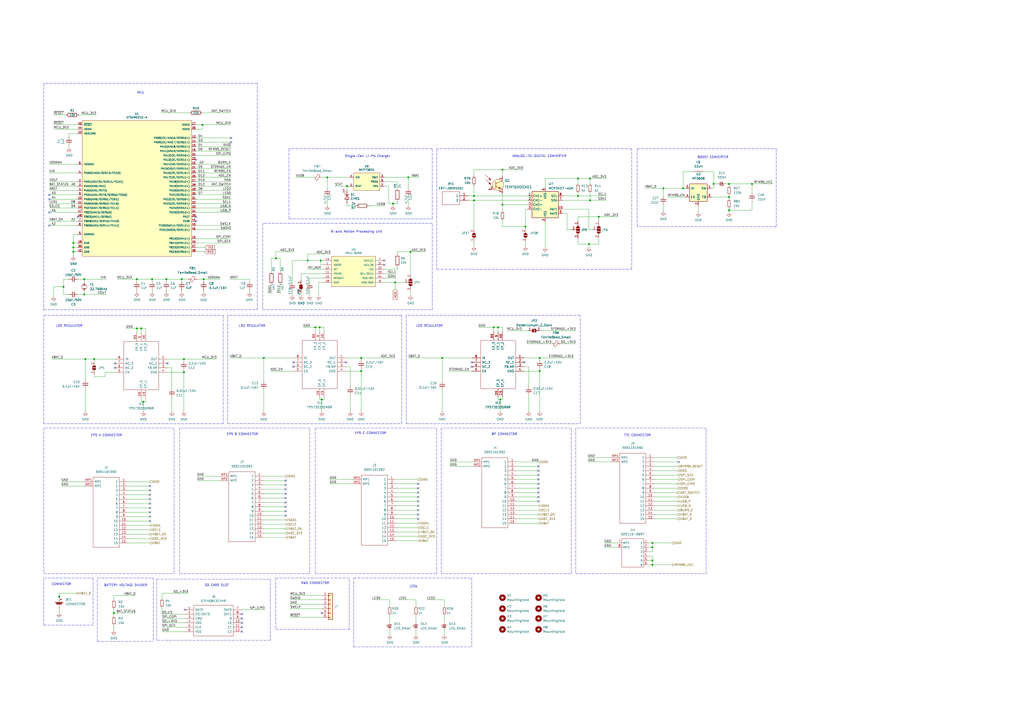
<source format=kicad_sch>
(kicad_sch (version 20211123) (generator eeschema)
  (paper "A2")
  (title_block (title "FZSatellite") (date "2022-10-21") (rev "2") (company "Fiozera - fiozera.com.br") (comment 1 "https://github.com/fiozera/FZsatellite") (comment 2 "Licensed under CERN-OHL-S v2 or later"))
  (lib_symbols
    (symbol "Analog_ADC:MCP3427-xUN"
      (property "Reference" "U" (at -3.81 8.89 0))
      (property "Value" "MCP3427-xUN" (at 2.54 8.89 0))
      (symbol "MCP3427-xUN_1_1"
        (pin input line (at -10.16 5.08 0) (length 2.54) (name "CH1+") (number "1"))
        (pin input line (at 10.16 -2.54 180) (length 2.54) (name "Adr1") (number "10"))
        (pin input line (at -10.16 2.54 0) (length 2.54) (name "CH1-") (number "2"))
        (pin power_in line (at 0 -10.16 90) (length 2.54) (name "VSS") (number "3"))
        (pin input line (at -10.16 0 0) (length 2.54) (name "CH2+") (number "4"))
        (pin input line (at -10.16 -2.54 0) (length 2.54) (name "CH2-") (number "5"))
        (pin power_in line (at 0 10.16 270) (length 2.54) (name "VDD") (number "6"))
        (pin bidirectional line (at 10.16 2.54 180) (length 2.54) (name "SDA") (number "7"))
        (pin input line (at 10.16 5.08 180) (length 2.54) (name "SCL") (number "8"))
        (pin input line (at 10.16 -5.08 180) (length 2.54) (name "Adr0") (number "9"))
      )
    )
    (symbol "Connector_Generic:Conn_01x06" (pin_names (offset 1.016) hide)
      (property "Reference" "J" (at 0 7.62 0))
      (property "Value" "Conn_01x06" (at 0 -10.16 0))
      (symbol "Conn_01x06_1_1"
        (pin passive line (at -5.08 5.08 0) (length 3.81) (name "Pin_1") (number "1"))
        (pin passive line (at -5.08 2.54 0) (length 3.81) (name "Pin_2") (number "2"))
        (pin passive line (at -5.08 0 0) (length 3.81) (name "Pin_3") (number "3"))
        (pin passive line (at -5.08 -2.54 0) (length 3.81) (name "Pin_4") (number "4"))
        (pin passive line (at -5.08 -5.08 0) (length 3.81) (name "Pin_5") (number "5"))
        (pin passive line (at -5.08 -7.62 0) (length 3.81) (name "Pin_6") (number "6"))
      )
    )
    (symbol "Device:Battery_Cell" (pin_numbers hide) (pin_names (offset 0) hide)
      (property "Reference" "BT" (at 2.54 2.54 0))
      (property "Value" "Battery_Cell" (at 2.54 0 0))
      (symbol "Battery_Cell_1_1"
        (pin passive line (at 0 5.08 270) (length 2.54) (name "+") (number "1"))
        (pin passive line (at 0 -2.54 90) (length 2.54) (name "-") (number "2"))
      )
    )
    (symbol "Device:C_Small" (pin_numbers hide) (pin_names (offset 0.254) hide)
      (property "Reference" "C" (at 0.254 1.778 0))
      (property "Value" "C_Small" (at 0.254 -2.032 0))
      (symbol "C_Small_1_1"
        (pin passive line (at 0 2.54 270) (length 2.032) (name "~") (number "1"))
        (pin passive line (at 0 -2.54 90) (length 2.032) (name "~") (number "2"))
      )
    )
    (symbol "Device:Crystal_Small" (pin_numbers hide) (pin_names (offset 1.016) hide)
      (property "Reference" "Y" (at 0 2.54 0))
      (property "Value" "Crystal_Small" (at 0 -2.54 0))
      (symbol "Crystal_Small_1_1"
        (pin passive line (at -2.54 0 0) (length 1.27) (name "1") (number "1"))
        (pin passive line (at 2.54 0 180) (length 1.27) (name "2") (number "2"))
      )
    )
    (symbol "Device:D_Schottky_Small" (pin_numbers hide) (pin_names (offset 0.254) hide)
      (property "Reference" "D" (at -1.27 2.032 0))
      (property "Value" "D_Schottky_Small" (at -7.112 -2.032 0))
      (symbol "D_Schottky_Small_1_1"
        (pin passive line (at -2.54 0 0) (length 1.778) (name "K") (number "1"))
        (pin passive line (at 2.54 0 180) (length 1.778) (name "A") (number "2"))
      )
    )
    (symbol "Device:FerriteBead_Small" (pin_numbers hide) (pin_names (offset 0))
      (property "Reference" "FB" (at 1.905 1.27 0))
      (property "Value" "FerriteBead_Small" (at 1.905 -1.27 0))
      (symbol "FerriteBead_Small_1_1"
        (pin passive line (at 0 2.54 270) (length 1.27) (name "~") (number "1"))
        (pin passive line (at 0 -2.54 90) (length 1.27) (name "~") (number "2"))
      )
    )
    (symbol "Device:LED" (pin_numbers hide) (pin_names (offset 1.016) hide)
      (property "Reference" "D" (at 0 2.54 0))
      (property "Value" "LED" (at 0 -2.54 0))
      (symbol "LED_1_1"
        (pin passive line (at -3.81 0 0) (length 2.54) (name "K") (number "1"))
        (pin passive line (at 3.81 0 180) (length 2.54) (name "A") (number "2"))
      )
    )
    (symbol "Device:LED_Small" (pin_numbers hide) (pin_names (offset 0.254) hide)
      (property "Reference" "D" (at -1.27 3.175 0))
      (property "Value" "LED_Small" (at -4.445 -2.54 0))
      (symbol "LED_Small_1_1"
        (pin passive line (at -2.54 0 0) (length 1.778) (name "K") (number "1"))
        (pin passive line (at 2.54 0 180) (length 1.778) (name "A") (number "2"))
      )
    )
    (symbol "Device:L_Small" (pin_numbers hide) (pin_names (offset 0.254) hide)
      (property "Reference" "L" (at 0.762 1.016 0))
      (property "Value" "L_Small" (at 0.762 -1.016 0))
      (symbol "L_Small_1_1"
        (pin passive line (at 0 2.54 270) (length 0.508) (name "~") (number "1"))
        (pin passive line (at 0 -2.54 90) (length 0.508) (name "~") (number "2"))
      )
    )
    (symbol "Device:R" (pin_numbers hide) (pin_names (offset 0))
      (property "Reference" "R" (at 2.032 0 90))
      (property "Value" "R" (at 0 0 90))
      (symbol "R_1_1"
        (pin passive line (at 0 3.81 270) (length 1.27) (name "~") (number "1"))
        (pin passive line (at 0 -3.81 90) (length 1.27) (name "~") (number "2"))
      )
    )
    (symbol "Device:R_Small" (pin_numbers hide) (pin_names (offset 0.254) hide)
      (property "Reference" "R" (at 0.762 0.508 0))
      (property "Value" "R_Small" (at 0.762 -1.016 0))
      (symbol "R_Small_1_1"
        (pin passive line (at 0 2.54 270) (length 0.762) (name "~") (number "1"))
        (pin passive line (at 0 -2.54 90) (length 0.762) (name "~") (number "2"))
      )
    )
    (symbol "Fiozera:505110-0697"
      (property "Reference" "U" (at 0 0 0))
      (property "Value" "505110-0697" (at 0 -2.54 0))
      (symbol "505110-0697_1_1"
        (pin bidirectional line (at 8.89 -6.35 180) (length 2.54) (name "1") (number "1"))
        (pin bidirectional line (at 8.89 -8.89 180) (length 2.54) (name "2") (number "2"))
        (pin bidirectional line (at 8.89 -11.43 180) (length 2.54) (name "3") (number "3"))
        (pin bidirectional line (at 8.89 -13.97 180) (length 2.54) (name "4") (number "4"))
        (pin bidirectional line (at 8.89 -16.51 180) (length 2.54) (name "5") (number "5"))
        (pin bidirectional line (at 8.89 -19.05 180) (length 2.54) (name "6") (number "6"))
        (pin unspecified line (at -8.89 -6.35 0) (length 2.54) (name "MP1") (number "7"))
        (pin unspecified line (at -8.89 -8.89 0) (length 2.54) (name "MP2") (number "8"))
      )
    )
    (symbol "Jumper:SolderJumper_2_Bridged" (pin_names (offset 0) hide)
      (property "Reference" "JP" (at 0 2.032 0))
      (property "Value" "SolderJumper_2_Bridged" (at 0 -2.54 0))
      (symbol "SolderJumper_2_Bridged_1_1"
        (pin passive line (at -3.81 0 0) (length 2.54) (name "A") (number "1"))
        (pin passive line (at 3.81 0 180) (length 2.54) (name "B") (number "2"))
      )
    )
    (symbol "Jumper:SolderJumper_2_Open" (pin_names (offset 0) hide)
      (property "Reference" "JP" (at 0 2.032 0))
      (property "Value" "SolderJumper_2_Open" (at 0 -2.54 0))
      (symbol "SolderJumper_2_Open_1_1"
        (pin passive line (at -3.81 0 0) (length 2.54) (name "A") (number "1"))
        (pin passive line (at 3.81 0 180) (length 2.54) (name "B") (number "2"))
      )
    )
    (symbol "Jumper:SolderJumper_3_Open" (pin_names (offset 0) hide)
      (property "Reference" "JP" (at -2.54 -2.54 0))
      (property "Value" "SolderJumper_3_Open" (at 0 2.794 0))
      (symbol "SolderJumper_3_Open_1_1"
        (pin passive line (at -5.08 0 0) (length 2.54) (name "A") (number "1"))
        (pin input line (at 0 -3.81 90) (length 2.54) (name "C") (number "2"))
        (pin passive line (at 5.08 0 180) (length 2.54) (name "B") (number "3"))
      )
    )
    (symbol "Mechanical:MountingHole" (pin_names (offset 1.016))
      (property "Reference" "H" (at 0 5.08 0))
      (property "Value" "MountingHole" (at 0 3.175 0))
    )
    (symbol "Regulator_Switching:MT3608"
      (property "Reference" "U" (at -2.54 8.89 0))
      (property "Value" "MT3608" (at -3.81 6.35 0))
      (symbol "MT3608_1_1"
        (pin passive line (at 7.62 2.54 180) (length 2.54) (name "SW") (number "1"))
        (pin power_in line (at 0 -7.62 90) (length 2.54) (name "GND") (number "2"))
        (pin input line (at 7.62 -2.54 180) (length 2.54) (name "FB") (number "3"))
        (pin input line (at -7.62 -2.54 0) (length 2.54) (name "EN") (number "4"))
        (pin power_in line (at -7.62 2.54 0) (length 2.54) (name "IN") (number "5"))
        (pin no_connect line (at 5.08 0 180) (length 2.54) hide (name "NC") (number "6"))
      )
    )
    (symbol "SamacSys_Parts:5051101592" (pin_names (offset 0.762))
      (property "Reference" "J" (at 21.59 7.62 0))
      (property "Value" "5051101592" (at 21.59 5.08 0))
      (symbol "5051101592_0_0"
        (pin passive line (at 25.4 0 180) (length 5.08) (name "1") (number "1"))
        (pin passive line (at 25.4 -22.86 180) (length 5.08) (name "10") (number "10"))
        (pin passive line (at 25.4 -25.4 180) (length 5.08) (name "11") (number "11"))
        (pin passive line (at 25.4 -27.94 180) (length 5.08) (name "12") (number "12"))
        (pin passive line (at 25.4 -30.48 180) (length 5.08) (name "13") (number "13"))
        (pin passive line (at 25.4 -33.02 180) (length 5.08) (name "14") (number "14"))
        (pin passive line (at 25.4 -35.56 180) (length 5.08) (name "15") (number "15"))
        (pin passive line (at 25.4 -2.54 180) (length 5.08) (name "2") (number "2"))
        (pin passive line (at 25.4 -5.08 180) (length 5.08) (name "3") (number "3"))
        (pin passive line (at 25.4 -7.62 180) (length 5.08) (name "4") (number "4"))
        (pin passive line (at 25.4 -10.16 180) (length 5.08) (name "5") (number "5"))
        (pin passive line (at 25.4 -12.7 180) (length 5.08) (name "6") (number "6"))
        (pin passive line (at 25.4 -15.24 180) (length 5.08) (name "7") (number "7"))
        (pin passive line (at 25.4 -17.78 180) (length 5.08) (name "8") (number "8"))
        (pin passive line (at 25.4 -20.32 180) (length 5.08) (name "9") (number "9"))
        (pin passive line (at 0 0 0) (length 5.08) (name "MP1") (number "MP1"))
        (pin passive line (at 0 -2.54 0) (length 5.08) (name "MP2") (number "MP2"))
      )
    )
    (symbol "SamacSys_Parts:ERT-J0EM103J" (pin_names (offset 0.762))
      (property "Reference" "RT" (at 16.51 7.62 0))
      (property "Value" "ERT-J0EM103J" (at 16.51 5.08 0))
      (symbol "ERT-J0EM103J_0_0"
        (pin passive line (at 0 0 0) (length 5.08) (name "1") (number "1"))
        (pin passive line (at 0 -2.54 0) (length 5.08) (name "2") (number "2"))
      )
    )
    (symbol "SamacSys_Parts:GTFH08131YHR" (pin_names (offset 0.762))
      (property "Reference" "J" (at 29.21 7.62 0))
      (property "Value" "GTFH08131YHR" (at 29.21 5.08 0))
      (symbol "GTFH08131YHR_0_0"
        (pin passive line (at 0 0 0) (length 5.08) (name "DAT2") (number "1"))
        (pin passive line (at 33.02 -7.62 180) (length 5.08) (name "10") (number "10"))
        (pin passive line (at 33.02 -10.16 180) (length 5.08) (name "11") (number "11"))
        (pin passive line (at 33.02 -12.7 180) (length 5.08) (name "12") (number "12"))
        (pin passive line (at 0 -2.54 0) (length 5.08) (name "CD/DAT3") (number "2"))
        (pin passive line (at 0 -5.08 0) (length 5.08) (name "CMD") (number "3"))
        (pin passive line (at 0 -7.62 0) (length 5.08) (name "VDD") (number "4"))
        (pin passive line (at 0 -10.16 0) (length 5.08) (name "CLK") (number "5"))
        (pin passive line (at 0 -12.7 0) (length 5.08) (name "VSS") (number "6"))
        (pin passive line (at 33.02 0 180) (length 5.08) (name "DAT0") (number "7"))
        (pin passive line (at 33.02 -2.54 180) (length 5.08) (name "DAT1") (number "8"))
        (pin passive line (at 33.02 -5.08 180) (length 5.08) (name "9") (number "9"))
      )
    )
    (symbol "SamacSys_Parts:TPS73533DRBR" (pin_names (offset 0.762))
      (property "Reference" "IC" (at 26.67 15.24 0))
      (property "Value" "TPS73533DRBR" (at 26.67 12.7 0))
      (symbol "TPS73533DRBR_0_0"
        (pin passive line (at 0 0 0) (length 5.08) (name "OUT") (number "1"))
        (pin passive line (at 0 -2.54 0) (length 5.08) (name "NC_1") (number "2"))
        (pin passive line (at 0 -5.08 0) (length 5.08) (name "FB,NR") (number "3"))
        (pin passive line (at 0 -7.62 0) (length 5.08) (name "GND") (number "4"))
        (pin passive line (at 30.48 -7.62 180) (length 5.08) (name "EN") (number "5"))
        (pin passive line (at 30.48 -5.08 180) (length 5.08) (name "NC_2") (number "6"))
        (pin passive line (at 30.48 -2.54 180) (length 5.08) (name "NC_3") (number "7"))
        (pin passive line (at 30.48 0 180) (length 5.08) (name "IN") (number "8"))
        (pin passive line (at 15.24 15.24 270) (length 5.08) (name "EP_1") (number "9"))
        (pin passive line (at 12.7 15.24 270) (length 5.08) (name "EP_2") (number "A9"))
        (pin passive line (at 17.78 15.24 270) (length 5.08) (name "EP_3") (number "B9"))
        (pin passive line (at 12.7 -22.86 90) (length 5.08) (name "EP_4") (number "C9"))
        (pin passive line (at 15.24 -22.86 90) (length 5.08) (name "EP_5") (number "D9"))
      )
    )
    (symbol "SparkFun-IC-Power:MCP73831" (pin_names (offset 1.016))
      (property "Reference" "U" (at -7.62 6.35 0))
      (property "Value" "MCP73831" (at -7.62 -7.62 0))
      (property "Field4" "IC-09995" (at 0 8.89 0))
      (symbol "MCP73831_1_1"
        (pin output line (at -10.16 -2.54 0) (length 2.54) (name "STAT") (number "1"))
        (pin power_in line (at 10.16 -2.54 180) (length 2.54) (name "VSS") (number "2"))
        (pin power_in line (at 10.16 2.54 180) (length 2.54) (name "VBAT") (number "3"))
        (pin power_in line (at -10.16 2.54 0) (length 2.54) (name "VIN") (number "4"))
        (pin input line (at 10.16 0 180) (length 2.54) (name "PROG") (number "5"))
      )
    )
    (symbol "SparkFun-Sensors:MPU-9250" (pin_names (offset 1.016))
      (property "Reference" "U" (at -12.7 11.43 0))
      (property "Value" "MPU-9250" (at -12.7 -10.16 0))
      (property "Field4" "IC-13192" (at 0 15.24 0))
      (symbol "MPU-9250_1_1"
        (pin bidirectional line (at -17.78 5.08 0) (length 5.08) (name "VDDIO") (number "1"))
        (pin bidirectional line (at -17.78 -2.54 0) (length 5.08) (name "REGOUT") (number "10"))
        (pin bidirectional line (at -17.78 0 0) (length 5.08) (name "FSYNC") (number "11"))
        (pin bidirectional line (at -17.78 2.54 0) (length 5.08) (name "INT") (number "12"))
        (pin bidirectional line (at -17.78 7.62 0) (length 5.08) (name "VDD") (number "13"))
        (pin bidirectional line (at -17.78 -5.08 0) (length 5.08) (name "GND") (number "18"))
        (pin bidirectional line (at -17.78 -5.08 0) (length 5.08) hide (name "GND") (number "20"))
        (pin bidirectional line (at 17.78 5.08 180) (length 5.08) (name "AUX_DA") (number "21"))
        (pin bidirectional line (at 17.78 2.54 180) (length 5.08) (name "~CS") (number "22"))
        (pin bidirectional line (at 17.78 0 180) (length 5.08) (name "SCL/SCLK") (number "23"))
        (pin bidirectional line (at 17.78 -2.54 180) (length 5.08) (name "SDA/SDI") (number "24"))
        (pin bidirectional line (at 17.78 7.62 180) (length 5.08) (name "AUX_CL") (number "7"))
        (pin bidirectional line (at -17.78 5.08 0) (length 5.08) hide (name "VDDIO") (number "8"))
        (pin bidirectional line (at 17.78 -5.08 180) (length 5.08) (name "AD0/SDO") (number "9"))
      )
    )
    (symbol "dk_Optical-Sensors-Phototransistors:TEMT6000X01" (pin_names (offset 0) hide)
      (property "Reference" "Q" (at -1.27 5.08 0))
      (property "Value" "TEMT6000X01" (at 6.35 0 90))
      (symbol "TEMT6000X01_1_1"
        (pin passive line (at 2.54 5.08 270) (length 2.54) (name "C") (number "1"))
        (pin passive line (at 2.54 -5.08 90) (length 2.54) (name "E") (number "2"))
        (pin no_connect line (at -5.08 -2.54 0) (length 2.54) (name "NC") (number "3"))
      )
    )
    (symbol "pcb-rescue:ATSAMD21G-A-SparkFun-IC-Microcontroller" (pin_names (offset 1.016))
      (property "Reference" "U" (at -31.75 40.64 0))
      (property "Value" "ATSAMD21G-A-SparkFun-IC-Microcontroller" (at -31.75 -41.91 0))
      (property "Campo4" "IC-13064" (at 0 43.18 0))
      (symbol "ATSAMD21G-A-SparkFun-IC-Microcontroller_1_1"
        (pin bidirectional line (at -34.29 8.89 0) (length 2.54) (name "PA00(XIN32/SER1:0/TC2:0)") (number "1"))
        (pin bidirectional line (at -34.29 -6.35 0) (length 2.54) (name "PA05(AIN5/SER0:1/TC0:1)") (number "10"))
        (pin bidirectional line (at -34.29 -8.89 0) (length 2.54) (name "PA06(AIN6/SER0:2/TC1:0)") (number "11"))
        (pin bidirectional line (at -34.29 -11.43 0) (length 2.54) (name "PA07(AIN7/SER0:3/TC1:1)") (number "12"))
        (pin bidirectional line (at 34.29 29.21 180) (length 2.54) (name "PA08(I2C/AIN16/SER0:0+)") (number "13"))
        (pin bidirectional line (at 34.29 26.67 180) (length 2.54) (name "PA09(I2C/AIN17/SER0:1+)") (number "14"))
        (pin bidirectional line (at 34.29 24.13 180) (length 2.54) (name "PA10(AIN18/SER0:2+)") (number "15"))
        (pin bidirectional line (at 34.29 21.59 180) (length 2.54) (name "PA11(AIN19/SER0:3+)") (number "16"))
        (pin bidirectional line (at 34.29 36.83 180) (length 2.54) (name "VDDIO") (number "17"))
        (pin bidirectional line (at -34.29 -31.75 0) (length 2.54) (name "GND") (number "18"))
        (pin bidirectional line (at 34.29 -29.21 180) (length 2.54) (name "PB10(SER4:2+)") (number "19"))
        (pin bidirectional line (at -34.29 3.81 0) (length 2.54) (name "PA01(XOUT32/SER1:1/TC2:1)") (number "2"))
        (pin bidirectional line (at 34.29 -31.75 180) (length 2.54) (name "PB11(SER4:3+)") (number "20"))
        (pin bidirectional line (at 34.29 19.05 180) (length 2.54) (name "PA12(I2C/SER2:0+)") (number "21"))
        (pin bidirectional line (at 34.29 16.51 180) (length 2.54) (name "PA13(I2C/SER2:1+)") (number "22"))
        (pin bidirectional line (at 34.29 13.97 180) (length 2.54) (name "PA14(XIN/SER2:2+)") (number "23"))
        (pin bidirectional line (at 34.29 11.43 180) (length 2.54) (name "PA15(XOUT/SER2:3+)") (number "24"))
        (pin bidirectional line (at 34.29 8.89 180) (length 2.54) (name "PA16(I2C/SER1:0+)") (number "25"))
        (pin bidirectional line (at 34.29 6.35 180) (length 2.54) (name "PA17(I2C/SER1:1+)") (number "26"))
        (pin bidirectional line (at 34.29 3.81 180) (length 2.54) (name "PA18(SER1:2+)") (number "27"))
        (pin bidirectional line (at 34.29 1.27 180) (length 2.54) (name "PA19(SER1:3+)") (number "28"))
        (pin bidirectional line (at 34.29 -1.27 180) (length 2.54) (name "PA20(SER5:2+)") (number "29"))
        (pin bidirectional line (at -34.29 1.27 0) (length 2.54) (name "PA02(AIN0/DAC)") (number "3"))
        (pin bidirectional line (at 34.29 -3.81 180) (length 2.54) (name "PA21(SER5:3+)") (number "30"))
        (pin bidirectional line (at 34.29 -6.35 180) (length 2.54) (name "PA22(I2C/SER3:0+)") (number "31"))
        (pin bidirectional line (at 34.29 -8.89 180) (length 2.54) (name "PA23(I2C/SER3:0+)") (number "32"))
        (pin bidirectional line (at 34.29 -11.43 180) (length 2.54) (name "PA24(SER3:2+)") (number "33"))
        (pin bidirectional line (at 34.29 -13.97 180) (length 2.54) (name "PA25(SER3:3+)") (number "34"))
        (pin bidirectional line (at -34.29 -34.29 0) (length 2.54) (name "GND") (number "35"))
        (pin bidirectional line (at 34.29 34.29 180) (length 2.54) (name "VDDIO") (number "36"))
        (pin bidirectional line (at 34.29 -34.29 180) (length 2.54) (name "PB22(SER5:2+)") (number "37"))
        (pin bidirectional line (at 34.29 -36.83 180) (length 2.54) (name "PB23(SER5:3+)") (number "38"))
        (pin bidirectional line (at 34.29 -16.51 180) (length 2.54) (name "PA27") (number "39"))
        (pin bidirectional line (at -34.29 -1.27 0) (length 2.54) (name "PA03(AIN1/REFA)") (number "4"))
        (pin bidirectional line (at -34.29 36.83 0) (length 2.54) (name "~{RESET}") (number "40"))
        (pin bidirectional line (at 34.29 -19.05 180) (length 2.54) (name "PA28") (number "41"))
        (pin bidirectional line (at -34.29 -36.83 0) (length 2.54) (name "GND") (number "42"))
        (pin bidirectional line (at -34.29 31.75 0) (length 2.54) (name "VDDCORE") (number "43"))
        (pin bidirectional line (at -34.29 34.29 0) (length 2.54) (name "VDDIN") (number "44"))
        (pin bidirectional line (at 34.29 -21.59 180) (length 2.54) (name "PA30(SWCLK/SER1:2+)") (number "45"))
        (pin bidirectional line (at 34.29 -24.13 180) (length 2.54) (name "PA31(SWDIO/SER1:3+)") (number "46"))
        (pin bidirectional line (at -34.29 -13.97 0) (length 2.54) (name "PB02(AIN10/SER5:0)") (number "47"))
        (pin bidirectional line (at -34.29 -16.51 0) (length 2.54) (name "PB03(AIN11/SER5:1)") (number "48"))
        (pin bidirectional line (at -34.29 -26.67 0) (length 2.54) (name "GNDANA") (number "5"))
        (pin bidirectional line (at -34.29 13.97 0) (length 2.54) (name "VDDANA") (number "6"))
        (pin bidirectional line (at -34.29 -19.05 0) (length 2.54) (name "PB08(AIN2/SER4:0/TC4:0)") (number "7"))
        (pin bidirectional line (at -34.29 -21.59 0) (length 2.54) (name "PB09(AIN3/SER4:1/TC4:1)") (number "8"))
        (pin bidirectional line (at -34.29 -3.81 0) (length 2.54) (name "PA04(AIN4/REFB/SER0:0/TC0:0)") (number "9"))
      )
    )
    (symbol "power:GND" (power) (pin_names (offset 0))
      (property "Value" "GND" (at 0 -3.81 0))
      (symbol "GND_1_1"
        (pin power_in line (at 0 0 270) (length 0) hide (name "GND") (number "1"))
      )
    )
  )
  (junction (at 286.385 189.865) (diameter 0.9144))
  (junction (at 378.46 327.66))
  (junction (at 42.545 140.97))
  (junction (at 96.52 161.925))
  (junction (at 414.02 106.68))
  (junction (at 335.28 113.665))
  (junction (at 79.375 190.5) (diameter 0.9144))
  (junction (at 42.545 143.51))
  (junction (at 274.955 116.205))
  (junction (at 182.88 189.865) (diameter 0.9144))
  (junction (at 185.42 189.865) (diameter 0.9144))
  (junction (at 227.965 118.11) (diameter 0.9144))
  (junction (at 178.435 151.13) (diameter 0.9144))
  (junction (at 313.055 207.645) (diameter 0.9144))
  (junction (at 238.125 146.05))
  (junction (at 378.46 325.12))
  (junction (at 36.83 166.37) (diameter 0.9144))
  (junction (at 378.46 317.5))
  (junction (at 106.68 208.28) (diameter 0.9144))
  (junction (at 422.91 121.92))
  (junction (at 209.55 207.645) (diameter 0.9144))
  (junction (at 160.02 149.86))
  (junction (at 229.235 163.83) (diameter 0.9144))
  (junction (at 118.11 161.925))
  (junction (at 105.41 161.925))
  (junction (at 83.185 233.045) (diameter 0.9144))
  (junction (at 422.91 114.3))
  (junction (at 256.54 207.645) (diameter 0.9144))
  (junction (at 384.81 109.22))
  (junction (at 186.055 151.13) (diameter 0.9144))
  (junction (at 378.46 314.96))
  (junction (at 48.895 170.815) (diameter 0.9144))
  (junction (at 304.8 131.445))
  (junction (at 396.24 109.22))
  (junction (at 34.29 346.075))
  (junction (at 291.465 118.745))
  (junction (at 81.915 190.5) (diameter 0.9144))
  (junction (at 236.855 102.87) (diameter 0.9144))
  (junction (at 288.925 189.865) (diameter 0.9144))
  (junction (at 106.68 215.9) (diameter 0.9144))
  (junction (at 313.055 215.265) (diameter 0.9144))
  (junction (at 342.265 103.505))
  (junction (at 201.295 107.95) (diameter 0.9144))
  (junction (at 66.04 355.6))
  (junction (at 290.195 231.775) (diameter 0.9144))
  (junction (at 49.53 208.28) (diameter 0.9144))
  (junction (at 436.245 106.68))
  (junction (at 186.69 231.775) (diameter 0.9144))
  (junction (at 48.895 161.925) (diameter 0.9144))
  (junction (at 342.265 116.205))
  (junction (at 189.865 102.87) (diameter 0.9144))
  (junction (at 274.955 113.665))
  (junction (at 209.55 215.265) (diameter 0.9144))
  (junction (at 153.035 207.645) (diameter 0.9144))
  (junction (at 341.63 141.605))
  (junction (at 347.345 125.73))
  (junction (at 422.91 106.68))
  (junction (at 79.375 161.925))
  (junction (at 291.465 98.425))
  (junction (at 54.61 208.28))
  (junction (at 42.545 146.05))
  (junction (at 335.28 103.505))
  (junction (at 88.265 161.925))
  (junction (at 117.475 72.39))
  (no_connect (at 242.57 288.29))
  (no_connect (at 242.57 280.67))
  (no_connect (at 165.735 291.465))
  (no_connect (at 66.675 213.36))
  (no_connect (at 222.885 153.67))
  (no_connect (at 312.42 280.67))
  (no_connect (at 186.69 355.6))
  (no_connect (at 242.57 298.45))
  (no_connect (at 86.995 284.48))
  (no_connect (at 86.995 292.1))
  (no_connect (at 140.335 358.775))
  (no_connect (at 165.735 288.925))
  (no_connect (at 304.165 210.185))
  (no_connect (at 242.57 300.99))
  (no_connect (at 242.57 293.37))
  (no_connect (at 165.735 294.005))
  (no_connect (at 165.735 286.385))
  (no_connect (at 86.995 299.72))
  (no_connect (at 86.995 287.02))
  (no_connect (at 273.685 210.185))
  (no_connect (at 113.665 128.27))
  (no_connect (at 312.42 278.13))
  (no_connect (at 140.335 366.395))
  (no_connect (at 45.085 125.73))
  (no_connect (at 200.66 210.185))
  (no_connect (at 28.575 130.81))
  (no_connect (at 28.575 113.03))
  (no_connect (at 28.575 115.57))
  (no_connect (at 28.575 123.19))
  (no_connect (at 133.985 80.01))
  (no_connect (at 133.985 82.55))
  (no_connect (at 140.335 361.315))
  (no_connect (at 165.735 278.765))
  (no_connect (at 273.685 212.725))
  (no_connect (at 86.995 297.18))
  (no_connect (at 86.995 294.64))
  (no_connect (at 242.57 295.91))
  (no_connect (at 86.995 302.26))
  (no_connect (at 165.735 296.545))
  (no_connect (at 66.675 210.82))
  (no_connect (at 312.42 275.59))
  (no_connect (at 312.42 288.29))
  (no_connect (at 165.735 281.305))
  (no_connect (at 165.735 283.845))
  (no_connect (at 222.885 151.13))
  (no_connect (at 86.995 281.94))
  (no_connect (at 242.57 290.83))
  (no_connect (at 165.735 299.085))
  (no_connect (at 242.57 283.21))
  (no_connect (at 312.42 283.21))
  (no_connect (at 86.995 289.56))
  (no_connect (at 97.155 210.82))
  (no_connect (at 312.42 290.83))
  (no_connect (at 242.57 285.75))
  (no_connect (at 170.18 210.185))
  (no_connect (at 170.18 212.725))
  (no_connect (at 312.42 273.05))
  (no_connect (at 107.315 353.695))
  (no_connect (at 113.665 125.73))
  (no_connect (at 312.42 270.51))
  (no_connect (at 140.335 356.235))
  (no_connect (at 312.42 285.75))
  (no_connect (at 393.7 267.97))
  (no_connect (at 140.335 363.855))
  (no_connect (at 113.665 92.71))
  (wire (pts (xy 79.375 161.925) (xy 79.375 163.195)))
  (wire (pts (xy 185.42 231.775) (xy 185.42 230.505)))
  (wire (pts (xy 153.035 309.245) (xy 165.735 309.245)))
  (wire (pts (xy 187.96 189.865) (xy 185.42 189.865)))
  (wire (pts (xy 241.3 351.79) (xy 241.3 347.98)))
  (wire (pts (xy 313.055 213.995) (xy 313.055 215.265)))
  (wire (pts (xy 230.505 146.05) (xy 238.125 146.05)))
  (wire (pts (xy 326.39 116.205) (xy 342.265 116.205)))
  (wire (pts (xy 106.68 238.76) (xy 106.68 215.9)))
  (wire (pts (xy 45.085 107.95) (xy 28.575 107.95)))
  (wire (pts (xy 342.265 111.76) (xy 342.265 116.205)))
  (wire (pts (xy 88.265 161.925) (xy 88.265 163.195)))
  (wire (pts (xy 202.565 107.95) (xy 201.295 107.95)))
  (wire (pts (xy 341.63 141.605) (xy 341.63 143.51)))
  (wire (pts (xy 341.63 141.605) (xy 347.345 141.605)))
  (wire (pts (xy 162.56 170.18) (xy 162.56 165.1)))
  (wire (pts (xy 342.265 103.505) (xy 351.79 103.505)))
  (wire (pts (xy 74.295 281.94) (xy 86.995 281.94)))
  (wire (pts (xy 49.53 208.28) (xy 29.845 208.28)))
  (wire (pts (xy 187.325 153.67) (xy 186.055 153.67)))
  (polyline (pts (xy 334.01 248.285) (xy 334.01 332.74)))
  (polyline (pts (xy 149.225 179.705) (xy 149.225 48.26)))
  (wire (pts (xy 45.085 170.815) (xy 48.895 170.815)))
  (polyline (pts (xy 250.825 127) (xy 250.825 86.36)))
  (polyline (pts (xy 250.825 179.705) (xy 250.825 129.54)))
  (wire (pts (xy 36.83 170.815) (xy 40.005 170.815)))
  (polyline (pts (xy 25.4 248.285) (xy 25.4 332.74)))
  (polyline (pts (xy 255.905 248.285) (xy 255.905 332.74)))
  (wire (pts (xy 83.185 233.045) (xy 83.185 238.76)))
  (wire (pts (xy 291.465 127.635) (xy 291.465 131.445)))
  (polyline (pts (xy 235.585 182.88) (xy 235.585 245.745)))
  (wire (pts (xy 66.675 208.28) (xy 54.61 208.28)))
  (wire (pts (xy 84.455 193.04) (xy 84.455 190.5)))
  (wire (pts (xy 422.91 106.68) (xy 422.91 107.95)))
  (wire (pts (xy 182.88 189.865) (xy 175.895 189.865)))
  (wire (pts (xy 81.915 190.5) (xy 79.375 190.5)))
  (wire (pts (xy 189.865 102.87) (xy 202.565 102.87)))
  (wire (pts (xy 133.985 85.09) (xy 113.665 85.09)))
  (wire (pts (xy 133.985 102.87) (xy 113.665 102.87)))
  (wire (pts (xy 74.295 292.1) (xy 86.995 292.1)))
  (wire (pts (xy 241.3 356.87) (xy 241.3 360.68)))
  (wire (pts (xy 113.665 100.33) (xy 133.985 100.33)))
  (wire (pts (xy 79.375 161.925) (xy 88.265 161.925)))
  (wire (pts (xy 229.235 163.83) (xy 234.315 163.83)))
  (wire (pts (xy 153.035 311.785) (xy 165.735 311.785)))
  (wire (pts (xy 335.28 138.43) (xy 335.28 141.605)))
  (wire (pts (xy 42.545 140.97) (xy 42.545 143.51)))
  (wire (pts (xy 291.465 98.425) (xy 291.465 102.235)))
  (wire (pts (xy 81.915 233.045) (xy 83.185 233.045)))
  (polyline (pts (xy 202.565 335.28) (xy 160.02 335.28)))
  (wire (pts (xy 304.165 215.265) (xy 313.055 215.265)))
  (wire (pts (xy 209.55 207.645) (xy 209.55 208.915)))
  (wire (pts (xy 229.87 288.29) (xy 242.57 288.29)))
  (wire (pts (xy 313.055 215.265) (xy 313.055 238.76)))
  (polyline (pts (xy 409.575 248.285) (xy 334.01 248.285)))
  (wire (pts (xy 229.87 280.67) (xy 242.57 280.67)))
  (wire (pts (xy 238.125 146.05) (xy 247.015 146.05)))
  (polyline (pts (xy 25.4 335.28) (xy 53.975 335.28)))
  (polyline (pts (xy 25.4 48.26) (xy 25.4 179.705)))
  (polyline (pts (xy 152.4 179.705) (xy 250.825 179.705)))
  (wire (pts (xy 414.02 109.22) (xy 414.02 106.68)))
  (wire (pts (xy 74.295 297.18) (xy 86.995 297.18)))
  (wire (pts (xy 35.56 281.94) (xy 48.895 281.94)))
  (wire (pts (xy 106.68 208.28) (xy 106.68 209.55)))
  (wire (pts (xy 291.465 118.745) (xy 291.465 122.555)))
  (wire (pts (xy 153.035 276.225) (xy 165.735 276.225)))
  (wire (pts (xy 162.56 149.86) (xy 162.56 157.48)))
  (wire (pts (xy 38.1 66.675) (xy 31.115 66.675)))
  (wire (pts (xy 226.06 351.79) (xy 226.06 347.98)))
  (wire (pts (xy 206.375 119.38) (xy 201.295 119.38)))
  (wire (pts (xy 412.75 109.22) (xy 414.02 109.22)))
  (wire (pts (xy 229.87 311.15) (xy 242.57 311.15)))
  (wire (pts (xy 236.855 109.22) (xy 236.855 102.87)))
  (wire (pts (xy 379.73 278.13) (xy 393.065 278.13)))
  (polyline (pts (xy 205.105 375.285) (xy 273.685 375.285)))
  (wire (pts (xy 84.455 233.045) (xy 84.455 231.14)))
  (wire (pts (xy 67.945 161.925) (xy 79.375 161.925)))
  (wire (pts (xy 257.81 351.79) (xy 257.81 347.98)))
  (wire (pts (xy 113.665 95.25) (xy 133.985 95.25)))
  (wire (pts (xy 402.59 99.695) (xy 396.24 99.695)))
  (wire (pts (xy 45.085 146.05) (xy 42.545 146.05)))
  (wire (pts (xy 230.505 156.21) (xy 230.505 154.94)))
  (wire (pts (xy 54.61 218.44) (xy 54.61 217.17)))
  (wire (pts (xy 40.005 79.375) (xy 40.005 77.47)))
  (wire (pts (xy 229.87 303.53) (xy 242.57 303.53)))
  (wire (pts (xy 436.245 106.68) (xy 422.91 106.68)))
  (wire (pts (xy 335.28 128.27) (xy 335.28 125.73)))
  (wire (pts (xy 335.28 103.505) (xy 342.265 103.505)))
  (wire (pts (xy 305.435 199.39) (xy 320.04 199.39)))
  (wire (pts (xy 226.06 365.76) (xy 226.06 368.3)))
  (wire (pts (xy 174.625 171.45) (xy 174.625 170.18)))
  (wire (pts (xy 332.74 207.645) (xy 313.055 207.645)))
  (wire (pts (xy 187.325 161.29) (xy 179.705 161.29)))
  (wire (pts (xy 229.87 298.45) (xy 242.57 298.45)))
  (wire (pts (xy 335.28 113.665) (xy 351.79 113.665)))
  (wire (pts (xy 153.035 299.085) (xy 165.735 299.085)))
  (wire (pts (xy 157.48 157.48) (xy 157.48 149.86)))
  (wire (pts (xy 230.505 105.41) (xy 230.505 109.22)))
  (polyline (pts (xy 253.365 86.36) (xy 253.365 156.21)))
  (polyline (pts (xy 104.14 248.285) (xy 104.14 332.74)))
  (polyline (pts (xy 160.02 365.125) (xy 202.565 365.125)))
  (wire (pts (xy 34.29 346.075) (xy 34.29 346.71)))
  (polyline (pts (xy 253.365 156.21) (xy 366.395 156.21)))
  (polyline (pts (xy 25.4 362.585) (xy 25.4 335.28)))
  (polyline (pts (xy 369.57 86.36) (xy 450.215 86.36)))
  (wire (pts (xy 299.72 267.97) (xy 312.42 267.97)))
  (wire (pts (xy 191.135 278.13) (xy 204.47 278.13)))
  (wire (pts (xy 384.81 113.665) (xy 384.81 109.22)))
  (wire (pts (xy 203.2 224.155) (xy 203.2 212.725)))
  (wire (pts (xy 341.63 133.35) (xy 343.535 133.35)))
  (polyline (pts (xy 202.565 365.125) (xy 202.565 335.28)))
  (wire (pts (xy 74.295 287.02) (xy 86.995 287.02)))
  (wire (pts (xy 291.465 189.865) (xy 288.925 189.865)))
  (wire (pts (xy 153.035 288.925) (xy 165.735 288.925)))
  (wire (pts (xy 153.67 353.695) (xy 140.335 353.695)))
  (wire (pts (xy 241.3 365.76) (xy 241.3 368.3)))
  (wire (pts (xy 125.73 208.28) (xy 106.68 208.28)))
  (wire (pts (xy 113.665 120.65) (xy 133.985 120.65)))
  (wire (pts (xy 113.665 82.55) (xy 133.985 82.55)))
  (wire (pts (xy 227.965 118.11) (xy 230.505 118.11)))
  (wire (pts (xy 191.135 280.67) (xy 204.47 280.67)))
  (polyline (pts (xy 129.54 182.88) (xy 129.54 245.745)))
  (wire (pts (xy 306.07 121.285) (xy 304.8 121.285)))
  (wire (pts (xy 45.085 120.65) (xy 28.575 120.65)))
  (wire (pts (xy 230.505 147.32) (xy 230.505 146.05)))
  (wire (pts (xy 379.73 267.97) (xy 393.7 267.97)))
  (wire (pts (xy 203.2 229.235) (xy 203.2 238.76)))
  (wire (pts (xy 375.92 314.96) (xy 378.46 314.96)))
  (wire (pts (xy 28.575 123.19) (xy 45.085 123.19)))
  (wire (pts (xy 201.295 119.38) (xy 201.295 118.11)))
  (wire (pts (xy 169.545 163.83) (xy 169.545 151.13)))
  (wire (pts (xy 229.87 285.75) (xy 242.57 285.75)))
  (wire (pts (xy 306.705 224.155) (xy 306.705 212.725)))
  (wire (pts (xy 48.895 170.815) (xy 48.895 168.91)))
  (wire (pts (xy 187.96 231.775) (xy 187.96 230.505)))
  (wire (pts (xy 229.87 295.91) (xy 242.57 295.91)))
  (polyline (pts (xy 369.57 131.445) (xy 369.57 86.36)))
  (wire (pts (xy 291.465 98.425) (xy 303.53 98.425)))
  (wire (pts (xy 325.12 199.39) (xy 334.01 199.39)))
  (polyline (pts (xy 90.805 335.915) (xy 156.845 335.915)) (stroke (width 0) (type dash)))
  (wire (pts (xy 169.545 151.13) (xy 178.435 151.13)))
  (wire (pts (xy 74.295 302.26) (xy 86.995 302.26)))
  (wire (pts (xy 256.54 207.645) (xy 256.54 220.98)))
  (wire (pts (xy 114.3 278.765) (xy 127.635 278.765)))
  (polyline (pts (xy 366.395 86.36) (xy 253.365 86.36)))
  (wire (pts (xy 153.035 291.465) (xy 165.735 291.465)))
  (wire (pts (xy 378.46 325.12) (xy 378.46 322.58)))
  (wire (pts (xy 160.02 149.86) (xy 162.56 149.86)))
  (wire (pts (xy 48.895 170.815) (xy 61.595 170.815)))
  (wire (pts (xy 299.72 290.83) (xy 312.42 290.83)))
  (wire (pts (xy 36.83 166.37) (xy 36.83 170.815)))
  (wire (pts (xy 113.665 72.39) (xy 117.475 72.39)))
  (wire (pts (xy 213.995 119.38) (xy 223.52 119.38)))
  (wire (pts (xy 74.295 279.4) (xy 86.995 279.4)))
  (wire (pts (xy 106.68 214.63) (xy 106.68 215.9)))
  (polyline (pts (xy 450.215 86.36) (xy 450.215 131.445)))
  (polyline (pts (xy 156.845 371.475) (xy 90.805 371.475)) (stroke (width 0) (type dash)))
  (wire (pts (xy 299.72 295.91) (xy 312.42 295.91)))
  (wire (pts (xy 113.665 146.05) (xy 118.745 146.05)))
  (polyline (pts (xy 90.805 371.475) (xy 90.805 335.915)) (stroke (width 0) (type dash)))
  (wire (pts (xy 168.275 347.98) (xy 186.69 347.98)))
  (wire (pts (xy 299.72 285.75) (xy 312.42 285.75)))
  (wire (pts (xy 256.54 226.06) (xy 256.54 238.76)))
  (wire (pts (xy 299.72 273.05) (xy 312.42 273.05)))
  (wire (pts (xy 274.955 98.425) (xy 291.465 98.425)))
  (wire (pts (xy 299.72 283.21) (xy 312.42 283.21)))
  (wire (pts (xy 379.73 283.21) (xy 393.065 283.21)))
  (wire (pts (xy 186.055 151.13) (xy 187.325 151.13)))
  (polyline (pts (xy 25.4 245.745) (xy 25.4 182.88)))
  (wire (pts (xy 186.69 350.52) (xy 168.275 350.52)))
  (wire (pts (xy 42.545 146.05) (xy 42.545 148.59)))
  (polyline (pts (xy 336.55 182.88) (xy 235.585 182.88)))
  (wire (pts (xy 184.785 163.83) (xy 184.785 171.45)))
  (wire (pts (xy 229.87 308.61) (xy 242.57 308.61)))
  (wire (pts (xy 299.72 303.53) (xy 312.42 303.53)))
  (wire (pts (xy 374.015 109.22) (xy 384.81 109.22)))
  (wire (pts (xy 331.47 133.35) (xy 328.93 133.35)))
  (wire (pts (xy 222.885 102.87) (xy 236.855 102.87)))
  (wire (pts (xy 229.87 300.99) (xy 242.57 300.99)))
  (wire (pts (xy 113.665 74.93) (xy 117.475 74.93)))
  (wire (pts (xy 105.41 168.275) (xy 105.41 169.545)))
  (wire (pts (xy 291.465 231.775) (xy 290.195 231.775)))
  (wire (pts (xy 114.3 161.925) (xy 118.11 161.925)))
  (wire (pts (xy 54.61 208.28) (xy 49.53 208.28)))
  (wire (pts (xy 28.575 130.81) (xy 45.085 130.81)))
  (wire (pts (xy 306.07 191.77) (xy 294.005 191.77)))
  (wire (pts (xy 185.42 189.865) (xy 182.88 189.865)))
  (wire (pts (xy 340.995 265.43) (xy 354.33 265.43)))
  (wire (pts (xy 229.235 207.645) (xy 209.55 207.645)))
  (wire (pts (xy 60.96 215.9) (xy 60.96 218.44)))
  (polyline (pts (xy 450.215 131.445) (xy 369.57 131.445)))
  (wire (pts (xy 436.245 111.76) (xy 436.245 106.68)))
  (wire (pts (xy 229.87 290.83) (xy 242.57 290.83)))
  (wire (pts (xy 113.665 118.11) (xy 133.985 118.11)))
  (wire (pts (xy 291.465 118.745) (xy 306.07 118.745)))
  (wire (pts (xy 113.665 133.35) (xy 133.985 133.35)))
  (wire (pts (xy 118.745 143.51) (xy 113.665 143.51)))
  (wire (pts (xy 96.52 161.925) (xy 96.52 163.195)))
  (wire (pts (xy 335.28 103.505) (xy 335.28 106.68)))
  (wire (pts (xy 45.085 140.97) (xy 42.545 140.97)))
  (polyline (pts (xy 104.14 332.74) (xy 179.705 332.74)))
  (wire (pts (xy 378.46 327.66) (xy 389.89 327.66)))
  (wire (pts (xy 178.435 147.32) (xy 178.435 151.13)))
  (wire (pts (xy 384.81 118.745) (xy 384.81 122.555)))
  (wire (pts (xy 45.085 100.33) (xy 28.575 100.33)))
  (wire (pts (xy 169.545 171.45) (xy 169.545 168.91)))
  (wire (pts (xy 379.73 295.91) (xy 393.065 295.91)))
  (polyline (pts (xy 149.225 48.26) (xy 25.4 48.26)))
  (wire (pts (xy 191.77 147.32) (xy 178.435 147.32)))
  (wire (pts (xy 113.665 140.97) (xy 133.985 140.97)))
  (wire (pts (xy 201.295 110.49) (xy 201.295 107.95)))
  (polyline (pts (xy 336.55 245.745) (xy 336.55 182.88)))
  (wire (pts (xy 113.665 80.01) (xy 133.985 80.01)))
  (polyline (pts (xy 233.045 182.88) (xy 132.08 182.88)))
  (wire (pts (xy 34.29 344.17) (xy 44.45 344.17)))
  (wire (pts (xy 185.42 192.405) (xy 185.42 189.865)))
  (wire (pts (xy 209.55 207.645) (xy 200.66 207.645)))
  (wire (pts (xy 313.055 207.645) (xy 304.165 207.645)))
  (wire (pts (xy 379.73 298.45) (xy 393.065 298.45)))
  (wire (pts (xy 274.955 113.665) (xy 306.07 113.665)))
  (wire (pts (xy 157.48 149.86) (xy 160.02 149.86)))
  (wire (pts (xy 299.72 293.37) (xy 312.42 293.37)))
  (wire (pts (xy 412.75 114.3) (xy 422.91 114.3)))
  (wire (pts (xy 186.69 345.44) (xy 168.275 345.44)))
  (wire (pts (xy 422.91 114.3) (xy 422.91 115.57)))
  (wire (pts (xy 153.035 304.165) (xy 165.735 304.165)))
  (wire (pts (xy 186.69 102.87) (xy 189.865 102.87)))
  (wire (pts (xy 209.55 213.995) (xy 209.55 215.265)))
  (wire (pts (xy 379.73 300.99) (xy 393.065 300.99)))
  (wire (pts (xy 187.325 158.75) (xy 174.625 158.75)))
  (wire (pts (xy 106.68 215.9) (xy 97.155 215.9)))
  (wire (pts (xy 271.78 113.665) (xy 274.955 113.665)))
  (wire (pts (xy 260.985 270.51) (xy 274.32 270.51)))
  (wire (pts (xy 81.915 193.04) (xy 81.915 190.5)))
  (wire (pts (xy 422.91 114.3) (xy 422.91 113.03)))
  (wire (pts (xy 178.435 151.13) (xy 186.055 151.13)))
  (wire (pts (xy 114.3 276.225) (xy 127.635 276.225)))
  (wire (pts (xy 326.39 121.285) (xy 341.63 121.285)))
  (wire (pts (xy 340.995 267.97) (xy 354.33 267.97)))
  (wire (pts (xy 133.985 130.81) (xy 113.665 130.81)))
  (wire (pts (xy 35.56 279.4) (xy 48.895 279.4)))
  (wire (pts (xy 153.035 286.385) (xy 165.735 286.385)))
  (wire (pts (xy 74.295 294.64) (xy 86.995 294.64)))
  (wire (pts (xy 222.885 158.75) (xy 229.87 158.75)))
  (polyline (pts (xy 56.515 372.11) (xy 56.515 335.28)))
  (wire (pts (xy 274.955 116.205) (xy 274.955 132.715)))
  (wire (pts (xy 28.575 128.27) (xy 45.085 128.27)))
  (wire (pts (xy 45.085 95.25) (xy 28.575 95.25)))
  (wire (pts (xy 99.695 230.505) (xy 99.695 238.76)))
  (wire (pts (xy 153.035 294.005) (xy 165.735 294.005)))
  (wire (pts (xy 273.685 207.645) (xy 256.54 207.645)))
  (wire (pts (xy 186.055 153.67) (xy 186.055 151.13)))
  (wire (pts (xy 229.235 167.64) (xy 229.235 163.83)))
  (wire (pts (xy 174.625 158.75) (xy 174.625 162.56)))
  (wire (pts (xy 407.67 99.695) (xy 414.02 99.695)))
  (wire (pts (xy 215.9 347.98) (xy 226.06 347.98)))
  (wire (pts (xy 384.81 109.22) (xy 396.24 109.22)))
  (wire (pts (xy 387.35 114.3) (xy 397.51 114.3)))
  (wire (pts (xy 436.245 116.84) (xy 436.245 121.92)))
  (wire (pts (xy 28.575 115.57) (xy 45.085 115.57)))
  (wire (pts (xy 88.265 168.275) (xy 88.265 169.545)))
  (wire (pts (xy 74.295 289.56) (xy 86.995 289.56)))
  (polyline (pts (xy 179.705 332.74) (xy 179.705 248.285)))
  (wire (pts (xy 347.345 141.605) (xy 347.345 138.43)))
  (polyline (pts (xy 25.4 362.585) (xy 53.975 362.585)))
  (wire (pts (xy 379.73 280.67) (xy 393.065 280.67)))
  (wire (pts (xy 107.315 363.855) (xy 93.98 363.855)))
  (wire (pts (xy 66.04 355.6) (xy 78.74 355.6)))
  (polyline (pts (xy 273.685 335.28) (xy 273.685 375.285)))
  (wire (pts (xy 113.665 90.17) (xy 133.985 90.17)))
  (wire (pts (xy 34.29 344.17) (xy 34.29 346.075)))
  (wire (pts (xy 105.41 161.925) (xy 105.41 163.195)))
  (polyline (pts (xy 160.02 335.28) (xy 160.02 365.125)))
  (polyline (pts (xy 56.515 372.11) (xy 88.9 372.11)))
  (wire (pts (xy 304.8 140.335) (xy 304.8 142.875)))
  (wire (pts (xy 66.04 347.98) (xy 66.04 345.44)))
  (wire (pts (xy 222.885 161.29) (xy 229.87 161.29)))
  (wire (pts (xy 396.24 99.695) (xy 396.24 109.22)))
  (wire (pts (xy 66.04 353.06) (xy 66.04 355.6)))
  (wire (pts (xy 113.665 113.03) (xy 133.985 113.03)))
  (wire (pts (xy 378.46 314.96) (xy 389.89 314.96)))
  (wire (pts (xy 379.73 275.59) (xy 393.065 275.59)))
  (wire (pts (xy 229.87 293.37) (xy 242.57 293.37)))
  (polyline (pts (xy 253.365 332.74) (xy 253.365 248.285)))
  (wire (pts (xy 83.185 233.045) (xy 84.455 233.045)))
  (wire (pts (xy 291.465 112.395) (xy 291.465 118.745)))
  (wire (pts (xy 74.295 312.42) (xy 86.995 312.42)))
  (wire (pts (xy 335.28 111.76) (xy 335.28 113.665)))
  (wire (pts (xy 379.73 285.75) (xy 393.065 285.75)))
  (wire (pts (xy 350.52 314.96) (xy 358.14 314.96)))
  (polyline (pts (xy 233.045 245.745) (xy 233.045 182.88)))
  (wire (pts (xy 153.035 296.545) (xy 165.735 296.545)))
  (polyline (pts (xy 253.365 248.285) (xy 182.88 248.285)))
  (wire (pts (xy 48.895 161.925) (xy 61.595 161.925)))
  (wire (pts (xy 313.055 207.645) (xy 313.055 208.915)))
  (wire (pts (xy 189.865 119.38) (xy 189.865 114.3)))
  (polyline (pts (xy 205.105 375.285) (xy 205.105 335.28)))
  (wire (pts (xy 93.98 352.425) (xy 93.98 356.235)))
  (wire (pts (xy 375.92 327.66) (xy 378.46 327.66)))
  (wire (pts (xy 288.925 192.405) (xy 288.925 189.865)))
  (wire (pts (xy 414.02 99.695) (xy 414.02 106.68)))
  (wire (pts (xy 66.04 357.505) (xy 66.04 355.6)))
  (wire (pts (xy 396.24 109.22) (xy 397.51 109.22)))
  (polyline (pts (xy 205.105 335.28) (xy 273.685 335.28)))
  (wire (pts (xy 299.72 300.99) (xy 312.42 300.99)))
  (wire (pts (xy 113.665 110.49) (xy 133.985 110.49)))
  (wire (pts (xy 74.295 314.96) (xy 86.995 314.96)))
  (wire (pts (xy 379.73 270.51) (xy 393.065 270.51)))
  (wire (pts (xy 117.475 65.405) (xy 133.985 65.405)))
  (wire (pts (xy 226.06 356.87) (xy 226.06 360.68)))
  (wire (pts (xy 222.885 156.21) (xy 230.505 156.21)))
  (wire (pts (xy 290.195 238.76) (xy 290.195 231.775)))
  (wire (pts (xy 93.98 356.235) (xy 107.315 356.235)))
  (wire (pts (xy 34.29 353.695) (xy 34.29 355.6)))
  (wire (pts (xy 316.23 128.905) (xy 316.23 143.51)))
  (polyline (pts (xy 179.705 248.285) (xy 104.14 248.285)))
  (wire (pts (xy 274.955 140.335) (xy 274.955 142.875)))
  (wire (pts (xy 133.985 115.57) (xy 113.665 115.57)))
  (wire (pts (xy 66.675 215.9) (xy 60.96 215.9)))
  (wire (pts (xy 260.985 267.97) (xy 274.32 267.97)))
  (wire (pts (xy 187.96 192.405) (xy 187.96 189.865)))
  (wire (pts (xy 55.88 66.675) (xy 45.72 66.675)))
  (wire (pts (xy 88.265 161.925) (xy 96.52 161.925)))
  (wire (pts (xy 189.865 109.22) (xy 189.865 102.87)))
  (wire (pts (xy 118.11 169.545) (xy 118.11 168.275)))
  (wire (pts (xy 45.085 72.39) (xy 31.115 72.39)))
  (polyline (pts (xy 182.88 248.285) (xy 182.88 332.74)))
  (wire (pts (xy 113.665 107.95) (xy 133.985 107.95)))
  (wire (pts (xy 379.73 290.83) (xy 393.065 290.83)))
  (wire (pts (xy 28.575 105.41) (xy 45.085 105.41)))
  (wire (pts (xy 414.02 106.68) (xy 415.925 106.68)))
  (wire (pts (xy 347.345 125.73) (xy 347.345 128.27)))
  (wire (pts (xy 288.925 189.865) (xy 286.385 189.865)))
  (wire (pts (xy 187.96 231.775) (xy 186.69 231.775)))
  (wire (pts (xy 186.69 231.775) (xy 185.42 231.775)))
  (wire (pts (xy 304.8 121.285) (xy 304.8 131.445)))
  (wire (pts (xy 306.705 212.725) (xy 304.165 212.725)))
  (wire (pts (xy 40.005 84.455) (xy 40.005 85.725)))
  (wire (pts (xy 229.87 278.13) (xy 242.57 278.13)))
  (wire (pts (xy 178.435 156.21) (xy 187.325 156.21)))
  (polyline (pts (xy 132.08 245.745) (xy 233.045 245.745)))
  (wire (pts (xy 28.575 113.03) (xy 45.085 113.03)))
  (polyline (pts (xy 250.825 86.36) (xy 167.64 86.36)))
  (wire (pts (xy 74.295 284.48) (xy 86.995 284.48)))
  (wire (pts (xy 74.295 304.8) (xy 86.995 304.8)))
  (wire (pts (xy 271.78 116.205) (xy 274.955 116.205)))
  (wire (pts (xy 156.845 215.265) (xy 170.18 215.265)))
  (wire (pts (xy 49.53 225.425) (xy 49.53 238.76)))
  (wire (pts (xy 231.14 347.98) (xy 241.3 347.98)))
  (wire (pts (xy 341.63 121.285) (xy 341.63 133.35)))
  (wire (pts (xy 299.72 288.29) (xy 312.42 288.29)))
  (wire (pts (xy 96.52 168.275) (xy 96.52 169.545)))
  (wire (pts (xy 99.695 213.36) (xy 97.155 213.36)))
  (wire (pts (xy 274.955 98.425) (xy 274.955 102.235)))
  (wire (pts (xy 379.73 288.29) (xy 393.065 288.29)))
  (wire (pts (xy 304.8 131.445) (xy 304.8 132.715)))
  (wire (pts (xy 227.965 119.38) (xy 227.965 118.11)))
  (polyline (pts (xy 25.4 182.88) (xy 129.54 182.88)))
  (wire (pts (xy 40.005 77.47) (xy 45.085 77.47)))
  (wire (pts (xy 66.04 362.585) (xy 66.04 365.76)))
  (wire (pts (xy 342.265 116.205) (xy 351.79 116.205)))
  (wire (pts (xy 286.385 189.865) (xy 277.495 189.865)))
  (polyline (pts (xy 331.47 332.74) (xy 331.47 248.285)))
  (polyline (pts (xy 235.585 245.745) (xy 336.55 245.745)))
  (wire (pts (xy 260.35 215.265) (xy 273.685 215.265)))
  (wire (pts (xy 36.83 161.925) (xy 36.83 166.37)))
  (wire (pts (xy 257.81 365.76) (xy 257.81 368.3)))
  (wire (pts (xy 326.39 113.665) (xy 335.28 113.665)))
  (wire (pts (xy 375.92 320.04) (xy 378.46 320.04)))
  (wire (pts (xy 153.035 278.765) (xy 165.735 278.765)))
  (wire (pts (xy 99.695 225.425) (xy 99.695 213.36)))
  (wire (pts (xy 96.52 161.925) (xy 105.41 161.925)))
  (wire (pts (xy 378.46 327.66) (xy 378.46 325.12)))
  (wire (pts (xy 379.73 293.37) (xy 393.065 293.37)))
  (wire (pts (xy 274.955 116.205) (xy 306.07 116.205)))
  (wire (pts (xy 405.13 119.38) (xy 405.13 123.19)))
  (polyline (pts (xy 156.845 335.915) (xy 156.845 371.475)) (stroke (width 0) (type dash)))
  (polyline (pts (xy 366.395 156.21) (xy 366.395 86.36)))
  (wire (pts (xy 328.93 133.35) (xy 328.93 123.825)))
  (wire (pts (xy 379.73 265.43) (xy 393.065 265.43)))
  (wire (pts (xy 347.345 125.73) (xy 358.775 125.73)))
  (wire (pts (xy 48.895 163.83) (xy 48.895 161.925)))
  (wire (pts (xy 182.88 189.865) (xy 182.88 192.405)))
  (wire (pts (xy 286.385 189.865) (xy 286.385 192.405)))
  (wire (pts (xy 378.46 320.04) (xy 378.46 317.5)))
  (polyline (pts (xy 167.64 86.36) (xy 167.64 127)))
  (wire (pts (xy 40.005 161.925) (xy 36.83 161.925)))
  (wire (pts (xy 153.035 207.645) (xy 153.035 220.98)))
  (wire (pts (xy 335.28 125.73) (xy 347.345 125.73)))
  (wire (pts (xy 45.085 135.89) (xy 42.545 135.89)))
  (wire (pts (xy 54.61 208.28) (xy 54.61 209.55)))
  (wire (pts (xy 48.895 161.925) (xy 45.085 161.925)))
  (polyline (pts (xy 255.905 332.74) (xy 331.47 332.74)))
  (wire (pts (xy 60.96 218.44) (xy 54.61 218.44)))
  (wire (pts (xy 31.115 166.37) (xy 31.115 172.085)))
  (polyline (pts (xy 53.975 335.28) (xy 53.975 362.585)))
  (wire (pts (xy 160.02 146.05) (xy 160.02 149.86)))
  (polyline (pts (xy 129.54 245.745) (xy 25.4 245.745)))
  (wire (pts (xy 179.705 171.45) (xy 179.705 168.91)))
  (wire (pts (xy 93.98 347.345) (xy 93.98 344.17)))
  (wire (pts (xy 79.375 190.5) (xy 79.375 193.04)))
  (wire (pts (xy 144.78 161.925) (xy 133.35 161.925)))
  (wire (pts (xy 342.265 103.505) (xy 342.265 106.68)))
  (wire (pts (xy 133.985 97.79) (xy 113.665 97.79)))
  (wire (pts (xy 238.125 171.45) (xy 238.125 168.91)))
  (wire (pts (xy 256.54 207.645) (xy 236.855 207.645)))
  (wire (pts (xy 168.275 353.06) (xy 186.69 353.06)))
  (polyline (pts (xy 409.575 332.74) (xy 409.575 248.285)))
  (wire (pts (xy 186.69 238.76) (xy 186.69 231.775)))
  (polyline (pts (xy 88.9 335.28) (xy 88.9 372.11)))
  (wire (pts (xy 106.68 208.28) (xy 97.155 208.28)))
  (wire (pts (xy 107.315 366.395) (xy 93.98 366.395)))
  (wire (pts (xy 291.465 131.445) (xy 304.8 131.445)))
  (wire (pts (xy 436.245 121.92) (xy 422.91 121.92)))
  (wire (pts (xy 118.11 161.925) (xy 118.11 163.195)))
  (wire (pts (xy 229.87 313.69) (xy 242.57 313.69)))
  (wire (pts (xy 257.81 356.87) (xy 257.81 360.68)))
  (wire (pts (xy 290.195 231.775) (xy 288.925 231.775)))
  (wire (pts (xy 187.325 163.83) (xy 184.785 163.83)))
  (wire (pts (xy 222.885 163.83) (xy 229.235 163.83)))
  (wire (pts (xy 238.125 146.05) (xy 238.125 158.75)))
  (wire (pts (xy 160.02 146.05) (xy 170.815 146.05)))
  (wire (pts (xy 144.78 168.275) (xy 144.78 169.545)))
  (polyline (pts (xy 100.965 332.74) (xy 100.965 248.285)))
  (wire (pts (xy 378.46 317.5) (xy 378.46 314.96)))
  (wire (pts (xy 436.245 106.68) (xy 448.31 106.68)))
  (polyline (pts (xy 182.88 332.74) (xy 253.365 332.74)))
  (wire (pts (xy 375.92 322.58) (xy 378.46 322.58)))
  (wire (pts (xy 171.45 102.87) (xy 181.61 102.87)))
  (wire (pts (xy 45.085 74.93) (xy 31.115 74.93)))
  (wire (pts (xy 28.575 118.11) (xy 45.085 118.11)))
  (wire (pts (xy 113.665 123.19) (xy 133.985 123.19)))
  (wire (pts (xy 79.375 190.5) (xy 73.025 190.5)))
  (wire (pts (xy 247.65 347.98) (xy 257.81 347.98)))
  (wire (pts (xy 375.92 317.5) (xy 378.46 317.5)))
  (polyline (pts (xy 152.4 129.54) (xy 152.4 179.705)))
  (wire (pts (xy 328.93 123.825) (xy 326.39 123.825)))
  (wire (pts (xy 117.475 74.93) (xy 117.475 72.39)))
  (wire (pts (xy 31.115 166.37) (xy 36.83 166.37)))
  (wire (pts (xy 236.855 102.87) (xy 243.205 102.87)))
  (wire (pts (xy 375.92 325.12) (xy 378.46 325.12)))
  (wire (pts (xy 291.465 192.405) (xy 291.465 189.865)))
  (wire (pts (xy 153.035 306.705) (xy 165.735 306.705)))
  (wire (pts (xy 230.505 118.11) (xy 230.505 116.84)))
  (wire (pts (xy 170.18 207.645) (xy 153.035 207.645)))
  (wire (pts (xy 422.91 121.92) (xy 422.91 123.19)))
  (wire (pts (xy 105.41 161.925) (xy 109.22 161.925)))
  (wire (pts (xy 203.2 212.725) (xy 200.66 212.725)))
  (wire (pts (xy 49.53 208.28) (xy 49.53 220.345)))
  (wire (pts (xy 313.69 191.77) (xy 334.01 191.77)))
  (wire (pts (xy 316.23 108.585) (xy 316.23 103.505)))
  (wire (pts (xy 316.23 103.505) (xy 335.28 103.505)))
  (polyline (pts (xy 132.08 182.88) (xy 132.08 245.745)))
  (wire (pts (xy 107.315 358.775) (xy 93.98 358.775)))
  (wire (pts (xy 225.425 118.11) (xy 227.965 118.11)))
  (polyline (pts (xy 56.515 335.28) (xy 88.9 335.28)))
  (wire (pts (xy 79.375 168.275) (xy 79.375 169.545)))
  (wire (pts (xy 179.705 161.29) (xy 179.705 163.83)))
  (wire (pts (xy 153.035 226.06) (xy 153.035 238.76)))
  (wire (pts (xy 81.915 231.14) (xy 81.915 233.045)))
  (wire (pts (xy 42.545 143.51) (xy 42.545 146.05)))
  (wire (pts (xy 118.11 161.925) (xy 127.635 161.925)))
  (wire (pts (xy 358.14 317.5) (xy 350.52 317.5)))
  (wire (pts (xy 299.72 280.67) (xy 312.42 280.67)))
  (wire (pts (xy 274.955 107.315) (xy 274.955 113.665)))
  (wire (pts (xy 299.72 278.13) (xy 312.42 278.13)))
  (wire (pts (xy 109.855 65.405) (xy 93.345 65.405)))
  (wire (pts (xy 335.28 141.605) (xy 341.63 141.605)))
  (polyline (pts (xy 334.01 332.74) (xy 409.575 332.74)))
  (wire (pts (xy 113.665 105.41) (xy 133.985 105.41)))
  (wire (pts (xy 45.085 143.51) (xy 42.545 143.51)))
  (polyline (pts (xy 250.825 129.54) (xy 152.4 129.54)))
  (wire (pts (xy 157.48 165.1) (xy 157.48 170.18)))
  (wire (pts (xy 236.855 119.38) (xy 236.855 114.3)))
  (wire (pts (xy 45.085 110.49) (xy 28.575 110.49)))
  (wire (pts (xy 153.035 283.845) (xy 165.735 283.845)))
  (wire (pts (xy 144.78 161.925) (xy 144.78 163.195)))
  (wire (pts (xy 117.475 72.39) (xy 133.985 72.39)))
  (wire (pts (xy 93.98 344.17) (xy 109.22 344.17)))
  (wire (pts (xy 421.005 106.68) (xy 422.91 106.68)))
  (wire (pts (xy 229.87 306.07) (xy 242.57 306.07)))
  (wire (pts (xy 113.665 138.43) (xy 133.985 138.43)))
  (polyline (pts (xy 331.47 248.285) (xy 255.905 248.285)))
  (wire (pts (xy 229.87 283.21) (xy 242.57 283.21)))
  (polyline (pts (xy 100.965 248.285) (xy 25.4 248.285)))
  (wire (pts (xy 74.295 299.72) (xy 86.995 299.72)))
  (wire (pts (xy 153.035 301.625) (xy 165.735 301.625)))
  (wire (pts (xy 186.69 358.14) (xy 168.275 358.14)))
  (wire (pts (xy 200.66 215.265) (xy 209.55 215.265)))
  (polyline (pts (xy 25.4 179.705) (xy 149.225 179.705)))
  (wire (pts (xy 66.04 345.44) (xy 78.74 345.44)))
  (wire (pts (xy 306.705 229.235) (xy 306.705 238.76)))
  (polyline (pts (xy 25.4 332.74) (xy 100.965 332.74)))
  (wire (pts (xy 42.545 135.89) (xy 42.545 140.97)))
  (polyline (pts (xy 167.64 127) (xy 250.825 127)))
  (wire (pts (xy 299.72 270.51) (xy 312.42 270.51)))
  (wire (pts (xy 84.455 190.5) (xy 81.915 190.5)))
  (wire (pts (xy 209.55 215.265) (xy 209.55 238.76)))
  (wire (pts (xy 74.295 309.88) (xy 86.995 309.88)))
  (wire (pts (xy 74.295 307.34) (xy 86.995 307.34)))
  (wire (pts (xy 288.925 231.775) (xy 288.925 230.505)))
  (wire (pts (xy 222.885 105.41) (xy 230.505 105.41)))
  (wire (pts (xy 201.295 107.95) (xy 194.31 107.95)))
  (wire (pts (xy 222.885 107.95) (xy 225.425 107.95)))
  (wire (pts (xy 291.465 231.775) (xy 291.465 230.505)))
  (wire (pts (xy 153.035 281.305) (xy 165.735 281.305)))
  (wire (pts (xy 422.91 120.65) (xy 422.91 121.92)))
  (wire (pts (xy 153.035 207.645) (xy 133.35 207.645)))
  (wire (pts (xy 113.665 87.63) (xy 133.985 87.63)))
  (wire (pts (xy 299.72 275.59) (xy 312.42 275.59)))
  (wire (pts (xy 225.425 107.95) (xy 225.425 118.11)))
  (wire (pts (xy 107.315 361.315) (xy 93.98 361.315)))
  (wire (pts (xy 299.72 298.45) (xy 312.42 298.45)))
  (wire (pts (xy 379.73 273.05) (xy 393.065 273.05)))
  (text "LEDs" (at 237.49 340.995 0) (effects (font (size 1.27 1.27)) (justify left bottom)))
  (text "CONNECTOR" (at 29.845 339.725 0) (effects (font (size 1.27 1.27)) (justify left bottom)))
  (text "BATTERY VOLTAGE DIVIDER" (at 60.325 340.36 0) (effects (font (size 1.27 1.27)) (justify left bottom)))
  (text "EPS B CONNECTOR" (at 131.445 252.73 0) (effects (font (size 1.27 1.27)) (justify left bottom)))
  (text "SD CARD SLOT" (at 118.745 340.36 0) (effects (font (size 1.27 1.27)) (justify left bottom)))
  (text "MCU" (at 79.375 54.61 0) (effects (font (size 1.27 1.27)) (justify left bottom)))
  (text "9-axis Motion Processing Unit" (at 191.77 135.255 0) (effects (font (size 1.27 1.27)) (justify left bottom)))
  (text "TTC CONNECTOR" (at 361.95 253.365 0) (effects (font (size 1.27 1.27)) (justify left bottom)))
  (text "SWD CONNECTOR" (at 174.625 339.09 0) (effects (font (size 1.27 1.27)) (justify left bottom)))
  (text "BOOST CONVERTER" (at 404.495 92.075 0) (effects (font (size 1.27 1.27)) (justify left bottom)))
  (text "ANALOG-TO-DIGITAL CONVERTER" (at 297.18 91.44 0) (effects (font (size 1.27 1.27)) (justify left bottom)))
  (text "Single-Cell Li-Po Charger" (at 200.025 91.44 0) (effects (font (size 1.27 1.27)) (justify left bottom)))
  (text "LDO REGULATOR" (at 32.385 189.865 0) (effects (font (size 1.27 1.27)) (justify left bottom)))
  (text "LDO REGULATOR" (at 138.43 189.865 0) (effects (font (size 1.27 1.27)) (justify left bottom)))
  (text "BP CONNECTOR" (at 285.115 252.73 0) (effects (font (size 1.27 1.27)) (justify left bottom)))
  (text "LDO REGULATOR" (at 241.3 189.865 0) (effects (font (size 1.27 1.27)) (justify left bottom)))
  (text "EPS A CONNECTOR" (at 52.705 253.365 0) (effects (font (size 1.27 1.27)) (justify left bottom)))
  (text "EPS C CONNECTOR" (at 205.74 252.095 0) (effects (font (size 1.27 1.27)) (justify left bottom)))
  (label "LED0" (at 133.985 113.03 180))
  (label "STORAGE_+3V3" (at 334.01 191.77 180))
  (label "STAT" (at 194.31 107.95 0))
  (label "SCL1" (at 351.79 113.665 180))
  (label "SWCLK" (at 133.985 130.81 180))
  (label "RFM95_VCC" (at 448.31 106.68 180))
  (label "SD_CS" (at 93.98 356.235 0))
  (label "D1" (at 114.935 85.09 0))
  (label "BURN_C" (at 133.985 95.25 180))
  (label "GND" (at 191.135 278.13 0))
  (label "ANT_SWITCH" (at 133.985 107.95 180))
  (label "MCU_3V3" (at 55.88 66.675 180))
  (label "D10" (at 114.935 105.41 0))
  (label "GND" (at 260.985 270.51 0))
  (label "SPI_SCK" (at 93.98 363.855 0))
  (label "VBAT" (at 243.205 102.87 180))
  (label "ADC_3V3" (at 247.015 146.05 180))
  (label "SPI_COPI" (at 93.98 358.775 0))
  (label "AREF" (at 133.35 161.925 0))
  (label "GND" (at 350.52 314.96 0))
  (label "VBAT_OK" (at 28.575 128.27 0))
  (label "ADC_3V3" (at 170.815 146.05 180))
  (label "SD_+3V3" (at 334.01 199.39 180))
  (label "LED1" (at 231.14 347.98 0))
  (label "D7" (at 114.935 113.03 0))
  (label "SD_+3V3" (at 93.98 361.315 0))
  (label "STORAGE_+3V3" (at 305.435 199.39 0))
  (label "ADC_3V3" (at 358.775 125.73 180))
  (label "STORAGE_EN" (at 260.35 215.265 0))
  (label "D9" (at 43.815 120.65 180))
  (label "VUSB" (at 223.52 119.38 180))
  (label "INT_AGM" (at 178.435 156.21 0))
  (label "GND" (at 114.3 278.765 0))
  (label "GND" (at 340.995 265.43 0))
  (label "SD_+3V3" (at 109.22 344.17 180))
  (label "VBAT_D" (at 374.015 109.22 0))
  (label "A3" (at 32.385 113.03 180))
  (label "SD_CS" (at 28.575 120.65 0))
  (label "AREF" (at 28.575 110.49 0))
  (label "SPI_SCK" (at 133.985 140.97 180))
  (label "ADC_3V3" (at 351.79 103.505 180))
  (label "RFM95_EN" (at 387.35 114.3 0))
  (label "D11" (at 114.935 100.33 0))
  (label "SDA1" (at 157.48 170.18 90))
  (label "GND" (at 35.56 281.94 0))
  (label "A1" (at 43.815 128.27 180))
  (label "A5" (at 32.3622 123.19 180))
  (label "SCL1" (at 229.87 158.75 180))
  (label "XOUT" (at 28.575 105.41 0))
  (label "A0" (at 43.815 107.95 180))
  (label "SCL1" (at 133.985 118.11 180))
  (label "GND" (at 73.025 190.5 0))
  (label "D3" (at 114.935 82.55 0))
  (label "NSS" (at 133.985 105.41 180))
  (label "VDDANA" (at 28.575 95.25 0))
  (label "MCU_3V3" (at 31.115 74.93 0))
  (label "RFM95_RESET" (at 133.985 87.63 180))
  (label "MCU_3V3" (at 168.275 345.44 0))
  (label "XIN" (at 61.595 161.925 180))
  (label "~{RESET}" (at 31.115 72.39 0))
  (label "GND" (at 312.42 267.97 180))
  (label "VBAT_D" (at 236.855 207.645 0))
  (label "GND" (at 340.995 267.97 0))
  (label "USB_N" (at 133.985 120.65 180))
  (label "LED2" (at 133.985 110.49 180))
  (label "GND" (at 114.3 276.225 0))
  (label "SPI_CIPO" (at 153.67 353.695 180))
  (label "D5" (at 114.935 97.79 0))
  (label "D0" (at 114.935 87.63 0))
  (label "SWCLK" (at 168.275 353.06 0))
  (label "A4" (at 32.385 115.57 180))
  (label "ADC_3V3" (at 303.53 98.425 180))
  (label "GND" (at 93.98 366.395 0))
  (label "SDA1" (at 229.87 161.29 180))
  (label "USB_P" (at 133.985 123.19 180))
  (label "RFM95_EN" (at 133.985 100.33 180))
  (label "MCU_3V3" (at 93.345 65.405 0))
  (label "SPI_CIPO" (at 133.985 90.17 180))
  (label "SWDIO" (at 133.985 133.35 180))
  (label "MCU_3V3" (at 294.005 191.77 0))
  (label "ANT_SWITCH" (at 133.985 65.405 180))
  (label "XIN" (at 28.575 100.33 0))
  (label "BAT_STATUS" (at 28.575 107.95 0))
  (label "MCU_3V3" (at 133.985 72.39 180))
  (label "SDA1" (at 351.79 116.205 180))
  (label "~{RESET}" (at 168.275 358.14 0))
  (label "SCL1" (at 162.56 170.18 90))
  (label "~{RESET}" (at 31.115 66.675 0))
  (label "ADC_3V3" (at 191.77 147.32 180))
  (label "VUSB" (at 171.45 102.87 0))
  (label "D2" (at 115.57 95.25 0))
  (label "LED0" (at 215.9 347.98 0))
  (label "GND" (at 277.495 189.865 0))
  (label "VBAT_D" (at 29.845 208.28 0))
  (label "GND" (at 35.56 279.4 0))
  (label "ADC_EN" (at 156.845 215.265 0))
  (label "D4" (at 114.935 80.01 0))
  (label "GND" (at 191.135 280.67 0))
  (label "LED1" (at 28.575 118.11 0))
  (label "VDDANA" (at 127.635 161.925 180))
  (label "BAT_STATUS" (at 78.74 355.6 180))
  (label "A2" (at 32.385 130.81 180))
  (label "SPI_COPI" (at 133.985 138.43 180))
  (label "ADC_3V3" (at 229.235 207.645 180))
  (label "GND" (at 260.985 267.97 0))
  (label "VBAT_D" (at 78.74 345.44 180))
  (label "ADC_EN" (at 133.985 102.87 180))
  (label "SWDIO" (at 168.275 347.98 0))
  (label "MCU_3V3" (at 67.945 161.925 0))
  (label "DIO0" (at 133.985 85.09 180))
  (label "STORAGE_EN" (at 133.985 97.79 180))
  (label "STORAGE_+3V3" (at 332.74 207.645 180))
  (label "D8" (at 43.7406 118.11 180))
  (label "D6" (at 114.935 110.49 0))
  (label "SDA1" (at 133.985 115.57 180))
  (label "D13" (at 114.935 102.87 0))
  (label "VBAT_D" (at 133.35 207.645 0))
  (label "MCU_3V3" (at 125.73 208.28 180))
  (label "LED2" (at 247.65 347.98 0))
  (label "D12" (at 114.935 107.95 0))
  (label "XOUT" (at 61.595 170.815 180))
  (label "GND" (at 350.52 317.5 0))
  (label "GND" (at 168.275 350.52 0))
  (label "GND" (at 175.895 189.865 0))
  (global_label "TXD" (shape input) (at 118.745 143.51 0) (property "Intersheet References" "${INTERSHEET_REFS}" (effects hide)))
  (global_label "RXD" (shape input) (at 118.745 146.05 0) (property "Intersheet References" "${INTERSHEET_REFS}" (effects hide)))
  (global_label "ADD" (shape input) (at 229.235 167.64 270) (property "Intersheet References" "${INTERSHEET_REFS}" (effects hide)))
  (hierarchical_label "ADC_3V3" (shape input) (at 165.735 309.245 0))
  (hierarchical_label "VBAT_D" (shape input) (at 393.065 300.99 0))
  (hierarchical_label "ADC_3V3" (shape input) (at 86.995 312.42 0))
  (hierarchical_label "USB_N" (shape bidirectional) (at 393.065 293.37 0))
  (hierarchical_label "SPI_CIPO" (shape output) (at 393.065 280.67 0))
  (hierarchical_label "VBAT" (shape input) (at 312.42 303.53 0))
  (hierarchical_label "GND" (shape passive) (at 312.42 267.97 0))
  (hierarchical_label "VBAT" (shape input) (at 86.995 314.96 0))
  (hierarchical_label "GND" (shape passive) (at 165.735 276.225 0))
  (hierarchical_label "SPI_SCK" (shape input) (at 393.065 275.59 0))
  (hierarchical_label "SDA1" (shape bidirectional) (at 86.995 304.8 0))
  (hierarchical_label "GND" (shape passive) (at 242.57 278.13 0))
  (hierarchical_label "GND" (shape passive) (at 86.995 279.4 0))
  (hierarchical_label "GND" (shape passive) (at 393.065 265.43 0))
  (hierarchical_label "SPI_COPI" (shape input) (at 393.065 278.13 0))
  (hierarchical_label "USB_P" (shape bidirectional) (at 393.065 290.83 0))
  (hierarchical_label "VUSB" (shape input) (at 393.065 288.29 0))
  (hierarchical_label "SDA1" (shape bidirectional) (at 312.42 293.37 0))
  (hierarchical_label "VBAT" (shape input) (at 165.735 311.785 0))
  (hierarchical_label "ANT_SWITCH" (shape output) (at 393.065 285.75 0))
  (hierarchical_label "SCL1" (shape input) (at 312.42 295.91 0))
  (hierarchical_label "RFM95_VCC" (shape output) (at 389.89 327.66 0))
  (hierarchical_label "SCL1" (shape input) (at 242.57 306.07 0))
  (hierarchical_label "SDA1" (shape bidirectional) (at 242.57 303.53 0))
  (hierarchical_label "DIO0" (shape input) (at 393.065 283.21 0))
  (hierarchical_label "SCL1" (shape input) (at 86.995 307.34 0))
  (hierarchical_label "SDA1" (shape bidirectional) (at 165.735 301.625 0))
  (hierarchical_label "VBAT_OK" (shape output) (at 165.735 306.705 0))
  (hierarchical_label "VBAT_OK" (shape output) (at 312.42 298.45 0))
  (hierarchical_label "VBAT_D" (shape input) (at 393.065 298.45 0))
  (hierarchical_label "VBAT_D" (shape input) (at 44.45 344.17 0))
  (hierarchical_label "VBAT_OK" (shape output) (at 242.57 308.61 0))
  (hierarchical_label "NSS" (shape input) (at 393.065 273.05 0))
  (hierarchical_label "VBAT_OK" (shape output) (at 86.995 309.88 0))
  (hierarchical_label "VBAT" (shape input) (at 242.57 313.69 0))
  (hierarchical_label "BURN_C" (shape input) (at 393.065 295.91 0))
  (hierarchical_label "SCL1" (shape input) (at 165.735 304.165 0))
  (hierarchical_label "ADC_3V3" (shape input) (at 242.57 311.15 0))
  (hierarchical_label "RFM95_RESET" (shape input) (at 393.065 270.51 0))
  (hierarchical_label "ADC_3V3" (shape input) (at 312.42 300.99 0))
  (hierarchical_label "GND" (shape passive) (at 389.89 314.96 0))
  (symbol (lib_id "power:GND") (at 105.41 169.545 0) (unit 1)
    (property "Reference" "#PWR0113" (effects hide))
    (property "Value" "GND" (at 105.537 173.9392 0))
  )
  (symbol (lib_id "Device:L_Small") (at 405.13 99.695 90) (unit 1)
    (property "Reference" "L6" (at 405.13 93.98 90))
    (property "Value" "22uH" (at 405.13 96.52 90))
    (property "Footprint" "Inductor_SMD:L_6.3x6.3_H3" (effects hide))
  )
  (symbol (lib_id "Device:FerriteBead_Small") (at 322.58 199.39 90) (unit 1)
    (property "Reference" "FB6" (at 322.5419 193.04 90))
    (property "Value" "FerriteBead_Small" (at 322.5419 195.58 90))
    (property "Footprint" "Inductor_SMD:L_0603_1608Metric" (effects hide))
  )
  (symbol (lib_id "Device:R") (at 162.56 161.29 180) (unit 1)
    (property "Reference" "R6" (at 163.83 156.21 90))
    (property "Value" "4K7" (at 163.83 166.37 90))
    (property "Footprint" "Resistor_SMD:R_0603_1608Metric" (effects hide))
  )
  (symbol (lib_id "SamacSys_Parts:5051101592") (at 127.635 276.225 0) (unit 1)
    (property "Reference" "J2" (at 140.335 267.97 0))
    (property "Value" "5051101592" (at 140.335 270.51 0))
    (property "Footprint" "SamacSys_Parts:5051101592" (effects hide))
    (property "Datasheet" "https://www.arrow.com/en/products/505110-1592/molex" (effects hide))
    (property "Description" "Easy-On FFC/FPC Connector, 0.50mm Pitch, FD19 Series, Right-Angle, Bottom Contact, 1.90mm Height,  Circuits, Gold over Nickel Plating" (effects hide))
    (property "Height" "2.1" (effects hide))
    (property "Manufacturer_Name" "Molex" (effects hide))
    (property "Manufacturer_Part_Number" "5051101592" (effects hide))
    (property "Arrow Part Number" "5051101592" (effects hide))
    (property "Arrow Price/Stock" "https://www.arrow.com/en/products/505110-1592/molex?region=nac" (effects hide))
  )
  (symbol (lib_id "Device:LED_Small") (at 241.3 363.22 90) (unit 1)
    (property "Reference" "D12" (at 243.84 361.8864 90) (effects (justify right)))
    (property "Value" "LED_Small" (at 243.84 364.4264 90) (effects (justify right)))
    (property "Footprint" "LED_SMD:LED_0603_1608Metric" (effects hide))
  )
  (symbol (lib_id "Jumper:SolderJumper_2_Open") (at 54.61 213.36 90) (unit 1)
    (property "Reference" "JP1" (at 57.15 213.3599 90) (effects (justify right)))
    (property "Value" "SolderJumper_2_Open" (effects hide))
    (property "Footprint" "Jumper:SolderJumper-2_P1.3mm_Open_RoundedPad1.0x1.5mm" (effects hide))
  )
  (symbol (lib_id "power:GND") (at 49.53 238.76 0) (mirror y) (unit 1)
    (property "Reference" "#PWR0146" (effects hide))
    (property "Value" "GND" (at 49.53 243.205 0))
  )
  (symbol (lib_id "Device:FerriteBead_Small") (at 184.15 102.87 90) (unit 1)
    (property "Reference" "FB7" (at 184.1119 96.52 90))
    (property "Value" "FerriteBead_Small" (at 184.1119 99.06 90))
    (property "Footprint" "Inductor_SMD:L_0603_1608Metric" (effects hide))
  )
  (symbol (lib_id "power:GND") (at 290.195 238.76 0) (mirror y) (unit 1)
    (property "Reference" "#PWR0101" (effects hide))
    (property "Value" "GND" (at 290.195 243.205 0))
  )
  (symbol (lib_id "Device:Crystal_Small") (at 48.895 166.37 270) (unit 1)
    (property "Reference" "Y1" (at 52.07 165.0999 90) (effects (justify left)))
    (property "Value" "32.768kHz" (at 52.07 167.6399 90) (effects (justify left)))
    (property "Footprint" "Crystal:Crystal_SMD_2012-2Pin_2.0x1.2mm" (effects hide))
    (property "Datasheet" "https://br.mouser.com/datasheet/2/445/830062558-2005401.pdf" (effects hide))
    (property "Mouser Part" "710-830062558" (effects hide))
  )
  (symbol (lib_id "Mechanical:MountingHole") (at 291.465 353.06 0) (unit 1)
    (property "Reference" "H2" (at 294.005 351.7899 0) (effects (justify left)))
    (property "Value" "MountingHole" (at 294.005 354.3299 0) (effects (justify left)))
    (property "Footprint" "MountingHole:MountingHole_2.2mm_M2" (effects hide))
  )
  (symbol (lib_id "Device:C_Small") (at 189.865 111.76 180) (unit 1)
    (property "Reference" "C21" (at 191.135 114.3 90))
    (property "Value" "4.7uF" (at 188.595 115.57 90))
    (property "Footprint" "Capacitor_SMD:C_0603_1608Metric" (effects hide))
  )
  (symbol (lib_id "Device:R_Small") (at 422.91 118.11 0) (unit 1)
    (property "Reference" "R83" (at 425.45 116.8399 0) (effects (justify left)))
    (property "Value" "15k" (at 425.45 119.3799 0) (effects (justify left)))
    (property "Footprint" "Resistor_SMD:R_0603_1608Metric" (effects hide))
  )
  (symbol (lib_id "power:GND") (at 174.625 171.45 0) (unit 1)
    (property "Reference" "#PWR0149" (effects hide))
    (property "Value" "GND" (at 174.752 175.8442 0))
  )
  (symbol (lib_id "Jumper:SolderJumper_2_Bridged") (at 174.625 166.37 270) (unit 1)
    (property "Reference" "JP3" (at 173.355 167.64 0) (effects (justify left)))
    (property "Value" "SolderJumper_2_Bridged" (effects hide))
    (property "Footprint" "Jumper:SolderJumper-2_P1.3mm_Bridged_RoundedPad1.0x1.5mm" (effects hide))
  )
  (symbol (lib_id "Device:C_Small") (at 79.375 165.735 0) (unit 1)
    (property "Reference" "C4" (at 81.7118 164.5666 0) (effects (justify left)))
    (property "Value" "1uF" (at 81.7118 166.878 0) (effects (justify left)))
    (property "Footprint" "Capacitor_SMD:C_0603_1608Metric" (effects hide))
  )
  (symbol (lib_id "Device:C_Small") (at 88.265 165.735 0) (unit 1)
    (property "Reference" "C5" (at 90.6018 164.5666 0) (effects (justify left)))
    (property "Value" "1uF" (at 90.6018 166.878 0) (effects (justify left)))
    (property "Footprint" "Capacitor_SMD:C_0603_1608Metric" (effects hide))
  )
  (symbol (lib_id "Device:C_Small") (at 203.2 226.695 0) (mirror y) (unit 1)
    (property "Reference" "C14" (at 205.74 227.9651 0) (effects (justify right)))
    (property "Value" "0.01uF{slash}10V" (at 205.74 225.4251 0) (effects (justify right)))
    (property "Footprint" "Capacitor_SMD:C_0402_1005Metric" (effects hide))
    (property "Datasheet" "https://br.mouser.com/datasheet/2/40/X7RDielectric-777024.pdf" (effects hide))
    (property "Mouser Part" "581-0402ZC103MAT2A" (effects hide))
  )
  (symbol (lib_id "Device:D_Schottky_Small") (at 418.465 106.68 180) (unit 1)
    (property "Reference" "D14" (at 418.719 100.33 0))
    (property "Value" "SS34" (at 418.719 102.87 0))
    (property "Footprint" "Diode_SMD:D_SMA" (effects hide))
  )
  (symbol (lib_id "Device:R_Small") (at 66.04 350.52 0) (unit 1)
    (property "Reference" "R2" (at 68.58 349.2499 0) (effects (justify left)))
    (property "Value" "10k" (at 68.58 351.7899 0) (effects (justify left)))
    (property "Footprint" "Resistor_SMD:R_0603_1608Metric" (effects hide))
  )
  (symbol (lib_id "power:GND") (at 169.545 171.45 0) (unit 1)
    (property "Reference" "#PWR0150" (effects hide))
    (property "Value" "GND" (at 169.672 175.8442 0))
  )
  (symbol (lib_id "power:GND") (at 316.23 143.51 0) (unit 1)
    (property "Reference" "#PWR0174" (effects hide))
    (property "Value" "GND" (at 316.23 147.955 0))
  )
  (symbol (lib_id "power:GND") (at 304.8 142.875 0) (unit 1)
    (property "Reference" "#PWR0175" (effects hide))
    (property "Value" "GND" (at 304.8 147.32 0))
  )
  (symbol (lib_id "Jumper:SolderJumper_3_Open") (at 347.345 133.35 270) (unit 1)
    (property "Reference" "JP6" (at 349.0722 133.35 90) (effects (justify left)))
    (property "Value" "SolderJumper_3_Open" (effects hide))
    (property "Footprint" "Jumper:SolderJumper-3_P1.3mm_Open_RoundedPad1.0x1.5mm" (effects hide))
  )
  (symbol (lib_id "power:GND") (at 405.13 123.19 0) (unit 1)
    (property "Reference" "#PWR0137" (effects hide))
    (property "Value" "GND" (at 405.13 127.635 0))
  )
  (symbol (lib_id "Device:R") (at 113.665 65.405 270) (unit 1)
    (property "Reference" "R10" (at 113.665 62.865 90))
    (property "Value" "10k" (at 113.665 65.405 90))
    (property "Footprint" "Resistor_SMD:R_0603_1608Metric" (effects hide))
  )
  (symbol (lib_id "Mechanical:MountingHole") (at 312.42 353.06 0) (unit 1)
    (property "Reference" "H6" (at 314.96 351.7899 0) (effects (justify left)))
    (property "Value" "MountingHole" (at 314.96 354.3299 0) (effects (justify left)))
    (property "Footprint" "MountingHole:MountingHole_2.2mm_M2" (effects hide))
  )
  (symbol (lib_id "Device:C_Small") (at 306.705 226.695 0) (mirror y) (unit 1)
    (property "Reference" "C17" (at 309.245 227.9651 0) (effects (justify right)))
    (property "Value" "0.01uF{slash}10V" (at 309.245 225.4251 0) (effects (justify right)))
    (property "Footprint" "Capacitor_SMD:C_0402_1005Metric" (effects hide))
    (property "Datasheet" "https://br.mouser.com/datasheet/2/40/X7RDielectric-777024.pdf" (effects hide))
    (property "Mouser Part" "581-0402ZC103MAT2A" (effects hide))
  )
  (symbol (lib_id "power:GND") (at 88.265 169.545 0) (unit 1)
    (property "Reference" "#PWR0114" (effects hide))
    (property "Value" "GND" (at 88.392 173.9392 0))
  )
  (symbol (lib_id "dk_Optical-Sensors-Phototransistors:TEMT6000X01") (at 288.925 107.315 0) (unit 1)
    (property "Reference" "Q1" (at 292.735 104.7115 0) (effects (font (size 1.524 1.524)) (justify left)))
    (property "Value" "TEMT6000X01" (at 292.735 108.5215 0) (effects (font (size 1.524 1.524)) (justify left)))
    (property "Footprint" "digikey-footprints:Phototransistor_SMD_4x2mm_TEMT6000X01" (effects hide))
    (property "Datasheet" "http://www.vishay.com/docs/81579/temt6000.pdf" (effects hide))
    (property "Digi-Key_PN" "751-1055-1-ND" (effects hide))
    (property "MPN" "TEMT6000X01" (effects hide))
    (property "Category" "Sensors, Transducers" (effects hide))
    (property "Family" "Optical Sensors - Phototransistors" (effects hide))
    (property "DK_Datasheet_Link" "http://www.vishay.com/docs/81579/temt6000.pdf" (effects hide))
    (property "DK_Detail_Page" "/product-detail/en/vishay-semiconductor-opto-division/TEMT6000X01/751-1055-1-ND/1681410" (effects hide))
    (property "Description" "SENSOR PHOTO 570NM TOP VIEW 1206" (effects hide))
    (property "Manufacturer" "Vishay Semiconductor Opto Division" (effects hide))
    (property "Status" "Active" (effects hide))
  )
  (symbol (lib_id "Device:R") (at 41.91 66.675 270) (unit 1)
    (property "Reference" "R1" (at 41.91 64.135 90))
    (property "Value" "10k" (at 41.91 66.675 90))
    (property "Footprint" "Resistor_SMD:R_0603_1608Metric" (effects hide))
  )
  (symbol (lib_id "Device:C_Small") (at 118.11 165.735 0) (unit 1)
    (property "Reference" "C8" (at 121.285 164.4649 0) (effects (justify left)))
    (property "Value" "0.1uF/16V" (at 121.285 167.0049 0) (effects (justify left)))
    (property "Footprint" "Capacitor_SMD:C_0402_1005Metric" (effects hide))
    (property "Datasheet" "https://br.mouser.com/datasheet/2/281/GCM155R71C104KA55_01-1965576.pdf" (effects hide))
    (property "Mouser Part" "81-GCM155R71C104KA5D" (effects hide))
  )
  (symbol (lib_id "power:GND") (at 153.035 238.76 0) (mirror y) (unit 1)
    (property "Reference" "#PWR0139" (effects hide))
    (property "Value" "GND" (at 153.035 243.205 0))
  )
  (symbol (lib_id "SamacSys_Parts:ERT-J0EM103J") (at 271.78 113.665 0) (mirror y) (unit 1)
    (property "Reference" "RT1" (at 261.62 106.68 0))
    (property "Value" "ERT-J0EM103J" (at 261.62 109.22 0))
    (property "Footprint" "SamacSys_Parts:THRMC1005X55N" (effects hide))
    (property "Datasheet" "https://componentsearchengine.com/Datasheets/1/ERT-J0EM103J.pdf" (effects hide))
    (property "Description" "PANASONIC ELECTRONIC COMPONENTS - ERT-J0EM103J - THERMISTOR, NTC, 10KOHM, 5%, SMD" (effects hide))
    (property "Height" "0.55" (effects hide))
    (property "Mouser Part Number" "667-ERT-J0EM103J" (effects hide))
    (property "Mouser Price/Stock" "https://www.mouser.com/Search/Refine.aspx?Keyword=667-ERT-J0EM103J" (effects hide))
    (property "Manufacturer_Name" "Panasonic" (effects hide))
    (property "Manufacturer_Part_Number" "ERT-J0EM103J" (effects hide))
  )
  (symbol (lib_id "Device:R_Small") (at 274.955 104.775 0) (mirror x) (unit 1)
    (property "Reference" "R75" (at 273.05 103.5049 0) (effects (justify right)))
    (property "Value" "10k" (at 273.05 106.0449 0) (effects (justify right)))
    (property "Footprint" "Resistor_SMD:R_0603_1608Metric" (effects hide))
  )
  (symbol (lib_id "Device:R") (at 157.48 161.29 180) (unit 1)
    (property "Reference" "R5" (at 158.75 156.21 90))
    (property "Value" "4K7" (at 158.75 166.37 90))
    (property "Footprint" "Resistor_SMD:R_0603_1608Metric" (effects hide))
  )
  (symbol (lib_id "power:GND") (at 341.63 143.51 0) (unit 1)
    (property "Reference" "#PWR0118" (effects hide))
    (property "Value" "GND" (at 341.63 147.955 0))
  )
  (symbol (lib_id "power:GND") (at 106.68 238.76 0) (mirror y) (unit 1)
    (property "Reference" "#PWR0145" (effects hide))
    (property "Value" "GND" (at 106.68 243.205 0))
  )
  (symbol (lib_id "power:GND") (at 274.955 142.875 0) (unit 1)
    (property "Reference" "#PWR0117" (effects hide))
    (property "Value" "GND" (at 274.955 147.32 0))
  )
  (symbol (lib_id "Device:C_Small") (at 256.54 223.52 0) (mirror y) (unit 1)
    (property "Reference" "C16" (at 253.365 222.2499 0) (effects (justify left)))
    (property "Value" "0.1uF/16V" (at 253.365 224.7899 0) (effects (justify left)))
    (property "Footprint" "Capacitor_SMD:C_0402_1005Metric" (effects hide))
    (property "Datasheet" "https://br.mouser.com/datasheet/2/281/GCM155R71C104KA55_01-1965576.pdf" (effects hide))
    (property "Mouser Part" "81-GCM155R71C104KA5D" (effects hide))
  )
  (symbol (lib_id "SparkFun-Sensors:MPU-9250") (at 205.105 158.75 0) (unit 1)
    (property "Reference" "U5" (at 205.105 144.6784 0) (effects (font (size 1.143 1.143))))
    (property "Value" "MPU-9250" (at 205.105 146.812 0) (effects (font (size 1.143 1.143))))
    (property "Footprint" "Package_DFN_QFN:QFN-24-1EP_3x3mm_P0.4mm_EP1.75x1.6mm" (effects hide))
    (property "Field4" "IC-13192" (effects hide))
  )
  (symbol (lib_id "Device:R_Small") (at 422.91 110.49 0) (unit 1)
    (property "Reference" "R27" (at 425.45 109.2199 0) (effects (justify left)))
    (property "Value" "110k" (at 425.45 111.7599 0) (effects (justify left)))
    (property "Footprint" "Resistor_SMD:R_0603_1608Metric" (effects hide))
  )
  (symbol (lib_id "Device:C_Small") (at 313.055 211.455 0) (mirror x) (unit 1)
    (property "Reference" "C18" (at 315.595 212.7251 0) (effects (justify left)))
    (property "Value" "2.2uF{slash}10V" (at 315.595 210.1851 0) (effects (justify left)))
    (property "Footprint" "Capacitor_SMD:C_0603_1608Metric" (effects hide))
    (property "Datasheet" "https://br.mouser.com/datasheet/2/281/1/GRM188R71A225KE15_04A-1985813.pdf" (effects hide))
    (property "Mouser Part" "81-GRM188R71A225KE15" (effects hide))
  )
  (symbol (lib_id "Device:C_Small") (at 49.53 222.885 0) (mirror y) (unit 1)
    (property "Reference" "C10" (at 46.355 221.6149 0) (effects (justify left)))
    (property "Value" "0.1uF/16V" (at 46.355 224.1549 0) (effects (justify left)))
    (property "Footprint" "Capacitor_SMD:C_0402_1005Metric" (effects hide))
    (property "Datasheet" "https://br.mouser.com/datasheet/2/281/GCM155R71C104KA55_01-1965576.pdf" (effects hide))
    (property "Mouser Part" "81-GCM155R71C104KA5D" (effects hide))
  )
  (symbol (lib_id "Device:C_Small") (at 153.035 223.52 0) (mirror y) (unit 1)
    (property "Reference" "C13" (at 149.86 222.2499 0) (effects (justify left)))
    (property "Value" "0.1uF/16V" (at 149.86 224.7899 0) (effects (justify left)))
    (property "Footprint" "Capacitor_SMD:C_0402_1005Metric" (effects hide))
    (property "Datasheet" "https://br.mouser.com/datasheet/2/281/GCM155R71C104KA55_01-1965576.pdf" (effects hide))
    (property "Mouser Part" "81-GCM155R71C104KA5D" (effects hide))
  )
  (symbol (lib_id "power:GND") (at 96.52 169.545 0) (unit 1)
    (property "Reference" "#PWR0115" (effects hide))
    (property "Value" "GND" (at 96.647 173.9392 0))
  )
  (symbol (lib_id "Device:C_Small") (at 42.545 161.925 90) (unit 1)
    (property "Reference" "C2" (at 42.545 156.845 90))
    (property "Value" "10pF/50V" (at 42.545 159.385 90))
    (property "Footprint" "Capacitor_SMD:C_0402_1005Metric" (effects hide))
    (property "Datasheet" "https://br.mouser.com/datasheet/2/281/GCM1555C1H100JA16_01-1964652.pdf" (effects hide))
    (property "Mouser Part" "81-GCM1555C1H100JA6D" (effects hide))
  )
  (symbol (lib_id "Device:R_Small") (at 342.265 109.22 0) (unit 1)
    (property "Reference" "R14" (at 344.805 107.9499 0) (effects (justify left)))
    (property "Value" "5k" (at 344.805 110.4899 0) (effects (justify left)))
    (property "Footprint" "Resistor_SMD:R_0402_1005Metric" (effects hide))
    (property "Datasheet" "https://br.mouser.com/datasheet/2/447/PYu_RC_Group_51_RoHS_L_10-1664068.pdf" (effects hide))
    (property "Mouser Part" "603-RC0402FR-075KL" (effects hide))
  )
  (symbol (lib_id "Device:LED_Small") (at 257.81 363.22 90) (unit 1)
    (property "Reference" "D13" (at 260.35 361.8864 90) (effects (justify right)))
    (property "Value" "LED_Small" (at 260.35 364.4264 90) (effects (justify right)))
    (property "Footprint" "LED_SMD:LED_0603_1608Metric" (effects hide))
  )
  (symbol (lib_id "SamacSys_Parts:5051101592") (at 48.895 279.4 0) (unit 1)
    (property "Reference" "J1" (at 61.595 271.145 0))
    (property "Value" "5051101592" (at 61.595 273.685 0))
    (property "Footprint" "SamacSys_Parts:5051101592" (effects hide))
    (property "Datasheet" "https://www.arrow.com/en/products/505110-1592/molex" (effects hide))
    (property "Description" "Easy-On FFC/FPC Connector, 0.50mm Pitch, FD19 Series, Right-Angle, Bottom Contact, 1.90mm Height,  Circuits, Gold over Nickel Plating" (effects hide))
    (property "Height" "2.1" (effects hide))
    (property "Manufacturer_Name" "Molex" (effects hide))
    (property "Manufacturer_Part_Number" "5051101592" (effects hide))
    (property "Arrow Part Number" "5051101592" (effects hide))
    (property "Arrow Price/Stock" "https://www.arrow.com/en/products/505110-1592/molex?region=nac" (effects hide))
  )
  (symbol (lib_id "power:GND") (at 144.78 169.545 0) (mirror y) (unit 1)
    (property "Reference" "#PWR0112" (effects hide))
    (property "Value" "GND" (at 144.653 173.9392 0))
  )
  (symbol (lib_id "Mechanical:MountingHole") (at 291.465 365.125 0) (unit 1)
    (property "Reference" "H4" (at 294.005 363.8549 0) (effects (justify left)))
    (property "Value" "MountingHole" (at 294.005 366.3949 0) (effects (justify left)))
    (property "Footprint" "MountingHole:MountingHole_2.2mm_M2" (effects hide))
  )
  (symbol (lib_id "Device:R_Small") (at 66.04 360.045 0) (unit 1)
    (property "Reference" "R3" (at 68.58 358.7749 0) (effects (justify left)))
    (property "Value" "10k" (at 68.58 361.3149 0) (effects (justify left)))
    (property "Footprint" "Resistor_SMD:R_0603_1608Metric" (effects hide))
  )
  (symbol (lib_id "power:GND") (at 313.055 238.76 0) (mirror y) (unit 1)
    (property "Reference" "#PWR0103" (effects hide))
    (property "Value" "GND" (at 313.055 243.205 0))
  )
  (symbol (lib_id "Device:C_Small") (at 209.55 211.455 0) (mirror x) (unit 1)
    (property "Reference" "C15" (at 212.09 212.7251 0) (effects (justify left)))
    (property "Value" "2.2uF{slash}10V" (at 212.09 210.1851 0) (effects (justify left)))
    (property "Footprint" "Capacitor_SMD:C_0603_1608Metric" (effects hide))
    (property "Datasheet" "https://br.mouser.com/datasheet/2/281/1/GRM188R71A225KE15_04A-1985813.pdf" (effects hide))
    (property "Mouser Part" "81-GRM188R71A225KE15" (effects hide))
  )
  (symbol (lib_id "power:GND") (at 384.81 122.555 0) (unit 1)
    (property "Reference" "#PWR0135" (effects hide))
    (property "Value" "GND" (at 384.81 127 0))
  )
  (symbol (lib_id "Device:C_Small") (at 96.52 165.735 0) (unit 1)
    (property "Reference" "C6" (at 98.8568 164.5666 0) (effects (justify left)))
    (property "Value" "1uF" (at 98.8568 166.878 0) (effects (justify left)))
    (property "Footprint" "Capacitor_SMD:C_0603_1608Metric" (effects hide))
  )
  (symbol (lib_id "Connector_Generic:Conn_01x06") (at 191.77 350.52 0) (unit 1)
    (property "Reference" "J7" (at 193.802 351.8916 0) (effects (justify left)))
    (property "Value" "Conn_01x06" (effects hide))
    (property "Footprint" "Connector:Tag-Connect_TC2030-IDC-NL_2x03_P1.27mm_Vertical" (effects hide))
  )
  (symbol (lib_id "Fiozera:505110-0697") (at 367.03 308.61 0) (unit 1)
    (property "Reference" "U4" (at 367.03 307.34 0))
    (property "Value" "505110-0697" (at 367.03 309.88 0))
    (property "Footprint" "SamacSys_Parts:5051100692" (effects hide))
  )
  (symbol (lib_id "power:GND") (at 179.705 171.45 0) (unit 1)
    (property "Reference" "#PWR0147" (effects hide))
    (property "Value" "GND" (at 179.832 175.8442 0))
  )
  (symbol (lib_id "Device:R_Small") (at 241.3 354.33 0) (unit 1)
    (property "Reference" "R22" (at 242.57 353.06 0) (effects (justify left)))
    (property "Value" "1k" (at 242.57 355.6 0) (effects (justify left)))
    (property "Footprint" "Resistor_SMD:R_0603_1608Metric" (effects hide))
  )
  (symbol (lib_id "Jumper:SolderJumper_2_Open") (at 274.955 136.525 270) (mirror x) (unit 1)
    (property "Reference" "JP37" (at 272.415 135.2549 90) (effects (justify right)))
    (property "Value" "SolderJumper_2_Open" (effects hide))
    (property "Footprint" "Jumper:SolderJumper-2_P1.3mm_Open_RoundedPad1.0x1.5mm" (effects hide))
  )
  (symbol (lib_id "Device:LED_Small") (at 226.06 363.22 90) (unit 1)
    (property "Reference" "D11" (at 228.6 361.8864 90) (effects (justify right)))
    (property "Value" "LED_Small" (at 228.6 364.4264 90) (effects (justify right)))
    (property "Footprint" "LED_SMD:LED_0603_1608Metric" (effects hide))
  )
  (symbol (lib_id "Device:C_Small") (at 144.78 165.735 0) (mirror y) (unit 1)
    (property "Reference" "C9" (at 142.4432 164.5666 0) (effects (justify left)))
    (property "Value" "1uF" (at 142.4432 166.878 0) (effects (justify left)))
    (property "Footprint" "Capacitor_SMD:C_0603_1608Metric" (effects hide))
  )
  (symbol (lib_id "Device:C_Small") (at 99.695 227.965 0) (mirror y) (unit 1)
    (property "Reference" "C11" (at 102.235 229.2351 0) (effects (justify right)))
    (property "Value" "0.01uF{slash}10V" (at 102.235 226.6951 0) (effects (justify right)))
    (property "Footprint" "Capacitor_SMD:C_0402_1005Metric" (effects hide))
    (property "Datasheet" "https://br.mouser.com/datasheet/2/40/X7RDielectric-777024.pdf" (effects hide))
    (property "Mouser Part" "581-0402ZC103MAT2A" (effects hide))
  )
  (symbol (lib_id "Device:FerriteBead_Small") (at 111.76 161.925 90) (unit 1)
    (property "Reference" "FB1" (at 111.7219 155.575 90))
    (property "Value" "FerriteBead_Small" (at 111.7219 158.115 90))
    (property "Footprint" "Inductor_SMD:L_0603_1608Metric" (effects hide))
    (property "Datasheet" "https://br.mouser.com/datasheet/2/396/TaiyoYuden_chipbeads01_e-1274227.pdf" (effects hide))
  )
  (symbol (lib_id "Mechanical:MountingHole") (at 291.465 346.71 0) (unit 1)
    (property "Reference" "H1" (at 294.005 345.4399 0) (effects (justify left)))
    (property "Value" "MountingHole" (at 294.005 347.9799 0) (effects (justify left)))
    (property "Footprint" "MountingHole:MountingHole_2.2mm_M2" (effects hide))
  )
  (symbol (lib_id "power:GND") (at 40.005 85.725 0) (unit 1)
    (property "Reference" "#PWR0107" (effects hide))
    (property "Value" "GND" (at 40.132 90.1192 0))
  )
  (symbol (lib_id "Regulator_Switching:MT3608") (at 405.13 111.76 0) (unit 1)
    (property "Reference" "U2" (at 405.13 100.965 0))
    (property "Value" "MT3608" (at 405.13 103.505 0))
    (property "Footprint" "Package_TO_SOT_SMD:SOT-23-6" (effects hide))
    (property "Datasheet" "https://www.olimex.com/Products/Breadboarding/BB-PWR-3608/resources/MT3608.pdf" (effects hide))
  )
  (symbol (lib_id "Device:R_Small") (at 291.465 125.095 0) (mirror x) (unit 1)
    (property "Reference" "R76" (at 289.56 123.8249 0) (effects (justify right)))
    (property "Value" "10k" (at 289.56 126.3649 0) (effects (justify right)))
    (property "Footprint" "Resistor_SMD:R_0603_1608Metric" (effects hide))
  )
  (symbol (lib_id "power:GND") (at 256.54 238.76 0) (mirror y) (unit 1)
    (property "Reference" "#PWR0104" (effects hide))
    (property "Value" "GND" (at 256.54 243.205 0))
  )
  (symbol (lib_id "SamacSys_Parts:5051101592") (at 274.32 267.97 0) (unit 1)
    (property "Reference" "J4" (at 287.02 259.715 0))
    (property "Value" "5051101592" (at 287.02 262.255 0))
    (property "Footprint" "SamacSys_Parts:5051101592" (effects hide))
    (property "Datasheet" "https://www.arrow.com/en/products/505110-1592/molex" (effects hide))
    (property "Description" "Easy-On FFC/FPC Connector, 0.50mm Pitch, FD19 Series, Right-Angle, Bottom Contact, 1.90mm Height,  Circuits, Gold over Nickel Plating" (effects hide))
    (property "Height" "2.1" (effects hide))
    (property "Manufacturer_Name" "Molex" (effects hide))
    (property "Manufacturer_Part_Number" "5051101592" (effects hide))
    (property "Arrow Part Number" "5051101592" (effects hide))
    (property "Arrow Price/Stock" "https://www.arrow.com/en/products/505110-1592/molex?region=nac" (effects hide))
  )
  (symbol (lib_id "Device:R") (at 230.505 113.03 0) (unit 1)
    (property "Reference" "R8" (at 229.235 107.95 90))
    (property "Value" "2k" (at 231.775 107.95 90))
    (property "Footprint" "Resistor_SMD:R_0603_1608Metric" (effects hide))
  )
  (symbol (lib_id "Device:LED") (at 201.295 114.3 270) (unit 1)
    (property "Reference" "D1" (at 203.2762 112.903 90) (effects (justify left)))
    (property "Value" "CHRG" (at 203.2762 115.2144 90) (effects (justify left)))
    (property "Footprint" "LED_SMD:LED_0603_1608Metric" (effects hide))
  )
  (symbol (lib_id "SamacSys_Parts:5051101592") (at 354.33 265.43 0) (unit 1)
    (property "Reference" "J5" (at 367.03 257.175 0))
    (property "Value" "5051101592" (at 367.03 259.715 0))
    (property "Footprint" "SamacSys_Parts:5051101592" (effects hide))
    (property "Datasheet" "https://www.arrow.com/en/products/505110-1592/molex" (effects hide))
    (property "Description" "Easy-On FFC/FPC Connector, 0.50mm Pitch, FD19 Series, Right-Angle, Bottom Contact, 1.90mm Height,  Circuits, Gold over Nickel Plating" (effects hide))
    (property "Height" "2.1" (effects hide))
    (property "Manufacturer_Name" "Molex" (effects hide))
    (property "Manufacturer_Part_Number" "5051101592" (effects hide))
    (property "Arrow Part Number" "5051101592" (effects hide))
    (property "Arrow Price/Stock" "https://www.arrow.com/en/products/505110-1592/molex?region=nac" (effects hide))
  )
  (symbol (lib_id "SamacSys_Parts:GTFH08131YHR") (at 107.315 353.695 0) (unit 1)
    (property "Reference" "J6" (at 123.825 346.075 0))
    (property "Value" "GTFH08131YHR" (at 123.825 348.615 0))
    (property "Footprint" "SamacSys_Parts:GTFH08131YHR" (effects hide))
    (property "Datasheet" "https://media.digikey.com/pdf/Data%20Sheets/Amphenol%20PDFs/GTFH081X1YHR-AX4_Dwg.pdf" (effects hide))
    (property "Description" "Memory Card Connectors Micro SD, Skt Hinge" (effects hide))
    (property "Height" "1.91" (effects hide))
    (property "Mouser Part Number" "523-GTFH08131YHR" (effects hide))
    (property "Mouser Price/Stock" "https://www.mouser.co.uk/ProductDetail/Amphenol-Commercial-Products/GTFH08131YHR?qs=5aG0NVq1C4wMSa79mBIIBA%3D%3D" (effects hide))
    (property "Manufacturer_Name" "Amphenol" (effects hide))
    (property "Manufacturer_Part_Number" "GTFH08131YHR" (effects hide))
  )
  (symbol (lib_id "power:GND") (at 42.545 148.59 0) (unit 1)
    (property "Reference" "#PWR0108" (effects hide))
    (property "Value" "GND" (at 42.672 152.9842 0))
  )
  (symbol (lib_id "power:GND") (at 236.855 119.38 0) (unit 1)
    (property "Reference" "#PWR0120" (effects hide))
    (property "Value" "GND" (at 236.982 123.7742 0))
  )
  (symbol (lib_id "Device:C_Small") (at 169.545 166.37 180) (unit 1)
    (property "Reference" "C19" (at 168.275 168.91 90))
    (property "Value" "0.1uF" (at 168.275 162.56 90))
    (property "Footprint" "Capacitor_SMD:C_0603_1608Metric" (effects hide))
  )
  (symbol (lib_id "power:GND") (at 189.865 119.38 0) (unit 1)
    (property "Reference" "#PWR0119" (effects hide))
    (property "Value" "GND" (at 189.992 123.7742 0))
  )
  (symbol (lib_id "power:GND") (at 66.04 365.76 0) (unit 1)
    (property "Reference" "#PWR0122" (effects hide))
    (property "Value" "GND" (at 66.04 370.205 0))
  )
  (symbol (lib_id "power:GND") (at 257.81 368.3 0) (unit 1)
    (property "Reference" "#PWR0134" (effects hide))
    (property "Value" "GND" (at 257.937 372.6942 0))
  )
  (symbol (lib_id "SamacSys_Parts:TPS73533DRBR") (at 304.165 207.645 0) (mirror y) (unit 1)
    (property "Reference" "IC3" (at 288.925 233.68 0))
    (property "Value" "TPS73533DRBR" (at 288.925 236.22 0))
    (property "Footprint" "SamacSys_Parts:TPS73533DRBR" (effects hide))
    (property "Datasheet" "https://www.arrow.com/en/products/tps73533drbr/texas-instruments" (effects hide))
    (property "Description" "LDO Voltage Regulators Sgl Out,500mA,Fixed Lo Quie Crnt,Hi PSRR" (effects hide))
    (property "Height" "1" (effects hide))
    (property "Mouser Part Number" "595-TPS73533DRBR" (effects hide))
    (property "Mouser Price/Stock" "https://www.mouser.co.uk/ProductDetail/Texas-Instruments/TPS73533DRBR?qs=IDSsxkoac0zlHfFWpxHK2Q%3D%3D" (effects hide))
    (property "Manufacturer_Name" "Texas Instruments" (effects hide))
    (property "Manufacturer_Part_Number" "TPS73533DRBR" (effects hide))
  )
  (symbol (lib_id "power:GND") (at 226.06 368.3 0) (unit 1)
    (property "Reference" "#PWR0124" (effects hide))
    (property "Value" "GND" (at 226.187 372.6942 0))
  )
  (symbol (lib_id "power:GND") (at 186.69 238.76 0) (mirror y) (unit 1)
    (property "Reference" "#PWR0140" (effects hide))
    (property "Value" "GND" (at 186.69 243.205 0))
  )
  (symbol (lib_id "power:GND") (at 209.55 238.76 0) (mirror y) (unit 1)
    (property "Reference" "#PWR0141" (effects hide))
    (property "Value" "GND" (at 209.55 243.205 0))
  )
  (symbol (lib_id "power:GND") (at 184.785 171.45 0) (unit 1)
    (property "Reference" "#PWR0148" (effects hide))
    (property "Value" "GND" (at 184.912 175.8442 0))
  )
  (symbol (lib_id "Device:R_Small") (at 93.98 349.885 0) (unit 1)
    (property "Reference" "R4" (at 95.885 348.6149 0) (effects (justify left)))
    (property "Value" "10k" (at 95.885 351.1549 0) (effects (justify left)))
    (property "Footprint" "Resistor_SMD:R_0402_1005Metric" (effects hide))
    (property "Datasheet" "https://br.mouser.com/datasheet/2/447/PYu_RC_Group_51_RoHS_L_10-1664068.pdf" (effects hide))
    (property "Mouser Part" "603-RC0402FR-1010KL" (effects hide))
  )
  (symbol (lib_id "Mechanical:MountingHole") (at 312.42 346.71 0) (unit 1)
    (property "Reference" "H5" (at 314.96 345.4399 0) (effects (justify left)))
    (property "Value" "MountingHole" (at 314.96 347.9799 0) (effects (justify left)))
    (property "Footprint" "MountingHole:MountingHole_2.2mm_M2" (effects hide))
  )
  (symbol (lib_id "pcb-rescue:ATSAMD21G-A-SparkFun-IC-Microcontroller") (at 79.375 109.22 0) (unit 1)
    (property "Reference" "U1" (at 79.375 65.9384 0) (effects (font (size 1.143 1.143))))
    (property "Value" "ATSAMD21G-A" (at 79.375 68.072 0) (effects (font (size 1.143 1.143))))
    (property "Footprint" "Package_QFP:TQFP-48_7x7mm_P0.5mm" (effects hide))
    (property "Campo4" "IC-13064" (effects hide))
  )
  (symbol (lib_id "power:GND") (at 422.91 123.19 0) (unit 1)
    (property "Reference" "#PWR0136" (effects hide))
    (property "Value" "GND" (at 422.91 127.635 0))
  )
  (symbol (lib_id "power:GND") (at 203.2 238.76 0) (mirror y) (unit 1)
    (property "Reference" "#PWR0142" (effects hide))
    (property "Value" "GND" (at 203.2 243.205 0))
  )
  (symbol (lib_id "Device:Battery_Cell") (at 34.29 351.155 0) (unit 1)
    (property "Reference" "BT1" (at 38.1 347.8529 0) (effects (justify left)))
    (property "Value" "CONNECTOR" (at 38.1 350.3929 0) (effects (justify left)))
    (property "Footprint" "Connector_JST:JST_PH_B2B-PH-K_1x02_P2.00mm_Vertical" (effects hide))
  )
  (symbol (lib_id "power:GND") (at 99.695 238.76 0) (mirror y) (unit 1)
    (property "Reference" "#PWR0144" (effects hide))
    (property "Value" "GND" (at 99.695 243.205 0))
  )
  (symbol (lib_id "Device:C_Small") (at 179.705 166.37 180) (unit 1)
    (property "Reference" "C20" (at 178.435 168.91 90))
    (property "Value" "0.1uF" (at 178.435 162.56 90))
    (property "Footprint" "Capacitor_SMD:C_0603_1608Metric" (effects hide))
  )
  (symbol (lib_id "power:GND") (at 79.375 169.545 0) (unit 1)
    (property "Reference" "#PWR0110" (effects hide))
    (property "Value" "GND" (at 79.502 173.9392 0))
  )
  (symbol (lib_id "power:GND") (at 31.115 172.085 0) (unit 1)
    (property "Reference" "#PWR0109" (effects hide))
    (property "Value" "GND" (at 31.115 176.53 0))
  )
  (symbol (lib_id "Device:C_Small") (at 105.41 165.735 0) (unit 1)
    (property "Reference" "C7" (at 107.7468 164.5666 0) (effects (justify left)))
    (property "Value" "1uF" (at 107.7468 166.878 0) (effects (justify left)))
    (property "Footprint" "Capacitor_SMD:C_0603_1608Metric" (effects hide))
  )
  (symbol (lib_id "Analog_ADC:MCP3427-xUN") (at 316.23 118.745 0) (unit 1)
    (property "Reference" "U7" (at 318.2494 106.68 0) (effects (justify left)))
    (property "Value" "MCP3427-xUN" (at 318.2494 109.22 0) (effects (justify left)))
    (property "Footprint" "Package_SO:MSOP-10_3x3mm_P0.5mm" (effects hide))
    (property "Datasheet" "http://ww1.microchip.com/downloads/en/DeviceDoc/22226a.pdf" (effects hide))
  )
  (symbol (lib_id "power:GND") (at 34.29 355.6 0) (unit 1)
    (property "Reference" "#PWR0151" (effects hide))
    (property "Value" "GND" (at 34.417 359.9942 0))
  )
  (symbol (lib_id "power:GND") (at 227.965 119.38 0) (unit 1)
    (property "Reference" "#PWR0121" (effects hide))
    (property "Value" "GND" (at 228.092 123.7742 0))
  )
  (symbol (lib_id "Device:R") (at 230.505 151.13 0) (unit 1)
    (property "Reference" "R9" (at 232.283 149.9616 0) (effects (justify left)))
    (property "Value" "10k" (at 232.283 152.273 0) (effects (justify left)))
    (property "Footprint" "Resistor_SMD:R_0603_1608Metric" (effects hide))
  )
  (symbol (lib_id "Device:R_Small") (at 257.81 354.33 0) (unit 1)
    (property "Reference" "R26" (at 259.08 353.06 0) (effects (justify left)))
    (property "Value" "1k" (at 259.08 355.6 0) (effects (justify left)))
    (property "Footprint" "Resistor_SMD:R_0603_1608Metric" (effects hide))
  )
  (symbol (lib_id "Jumper:SolderJumper_2_Open") (at 304.8 136.525 90) (unit 1)
    (property "Reference" "JP38" (at 307.34 135.2549 90) (effects (justify right)))
    (property "Value" "SolderJumper_2_Open" (effects hide))
    (property "Footprint" "Jumper:SolderJumper-2_P1.3mm_Open_RoundedPad1.0x1.5mm" (effects hide))
  )
  (symbol (lib_id "SamacSys_Parts:5051101592") (at 204.47 278.13 0) (unit 1)
    (property "Reference" "J3" (at 217.17 269.875 0))
    (property "Value" "5051101592" (at 217.17 272.415 0))
    (property "Footprint" "SamacSys_Parts:5051101592" (effects hide))
    (property "Datasheet" "https://www.arrow.com/en/products/505110-1592/molex" (effects hide))
    (property "Description" "Easy-On FFC/FPC Connector, 0.50mm Pitch, FD19 Series, Right-Angle, Bottom Contact, 1.90mm Height,  Circuits, Gold over Nickel Plating" (effects hide))
    (property "Height" "2.1" (effects hide))
    (property "Manufacturer_Name" "Molex" (effects hide))
    (property "Manufacturer_Part_Number" "5051101592" (effects hide))
    (property "Arrow Part Number" "5051101592" (effects hide))
    (property "Arrow Price/Stock" "https://www.arrow.com/en/products/505110-1592/molex?region=nac" (effects hide))
  )
  (symbol (lib_id "Device:C_Small") (at 384.81 116.205 0) (mirror x) (unit 1)
    (property "Reference" "C27" (at 382.27 114.9285 0) (effects (justify right)))
    (property "Value" "22uF" (at 382.27 117.4685 0) (effects (justify right)))
    (property "Footprint" "Capacitor_SMD:C_1206_3216Metric" (effects hide))
  )
  (symbol (lib_id "Jumper:SolderJumper_2_Open") (at 309.88 191.77 0) (unit 1)
    (property "Reference" "JP2" (at 309.88 186.055 0))
    (property "Value" "SolderJumper_2_Open" (at 309.88 188.595 0))
    (property "Footprint" "Jumper:SolderJumper-2_P1.3mm_Open_RoundedPad1.0x1.5mm" (effects hide))
  )
  (symbol (lib_id "Device:C_Small") (at 40.005 81.915 180) (unit 1)
    (property "Reference" "C1" (at 34.1884 81.915 90))
    (property "Value" "1uF" (at 36.4998 81.915 90))
    (property "Footprint" "Capacitor_SMD:C_0603_1608Metric" (effects hide))
  )
  (symbol (lib_id "power:GND") (at 118.11 169.545 0) (unit 1)
    (property "Reference" "#PWR0111" (effects hide))
    (property "Value" "GND" (at 118.11 173.99 0))
  )
  (symbol (lib_id "Device:R_Small") (at 226.06 354.33 0) (unit 1)
    (property "Reference" "R20" (at 227.33 353.06 0) (effects (justify left)))
    (property "Value" "1k" (at 227.33 355.6 0) (effects (justify left)))
    (property "Footprint" "Resistor_SMD:R_0603_1608Metric" (effects hide))
  )
  (symbol (lib_id "Device:C_Small") (at 436.245 114.3 0) (unit 1)
    (property "Reference" "C46" (at 439.42 113.0362 0) (effects (justify left)))
    (property "Value" "22uF" (at 439.42 115.5762 0) (effects (justify left)))
    (property "Footprint" "Capacitor_SMD:C_1206_3216Metric" (effects hide))
  )
  (symbol (lib_id "Device:R") (at 210.185 119.38 90) (unit 1)
    (property "Reference" "R7" (at 205.105 120.65 90))
    (property "Value" "2k" (at 205.105 118.11 90))
    (property "Footprint" "Resistor_SMD:R_0603_1608Metric" (effects hide))
  )
  (symbol (lib_id "power:GND") (at 306.705 238.76 0) (mirror y) (unit 1)
    (property "Reference" "#PWR0102" (effects hide))
    (property "Value" "GND" (at 306.705 243.205 0))
  )
  (symbol (lib_id "Device:R_Small") (at 335.28 109.22 0) (unit 1)
    (property "Reference" "R13" (at 337.185 107.9499 0) (effects (justify left)))
    (property "Value" "5k" (at 337.185 110.4899 0) (effects (justify left)))
    (property "Footprint" "Resistor_SMD:R_0402_1005Metric" (effects hide))
    (property "Datasheet" "https://br.mouser.com/datasheet/2/447/PYu_RC_Group_51_RoHS_L_10-1664068.pdf" (effects hide))
    (property "Mouser Part" "603-RC0402FR-075KL" (effects hide))
  )
  (symbol (lib_id "power:GND") (at 238.125 171.45 0) (unit 1)
    (property "Reference" "#PWR0116" (effects hide))
    (property "Value" "GND" (at 238.252 175.8442 0))
  )
  (symbol (lib_id "Device:C_Small") (at 106.68 212.09 0) (mirror x) (unit 1)
    (property "Reference" "C12" (at 109.22 213.3601 0) (effects (justify left)))
    (property "Value" "2.2uF{slash}10V" (at 109.22 210.8201 0) (effects (justify left)))
    (property "Footprint" "Capacitor_SMD:C_0603_1608Metric" (effects hide))
    (property "Datasheet" "https://br.mouser.com/datasheet/2/281/1/GRM188R71A225KE15_04A-1985813.pdf" (effects hide))
    (property "Mouser Part" "81-GRM188R71A225KE15" (effects hide))
  )
  (symbol (lib_id "Device:C_Small") (at 42.545 170.815 90) (unit 1)
    (property "Reference" "C3" (at 42.545 176.53 90))
    (property "Value" "10pF/50V" (at 42.545 173.99 90))
    (property "Footprint" "Capacitor_SMD:C_0402_1005Metric" (effects hide))
    (property "Datasheet" "https://br.mouser.com/datasheet/2/281/GCM1555C1H100JA16_01-1964652.pdf" (effects hide))
    (property "Mouser Part" "81-GCM1555C1H100JA6D" (effects hide))
  )
  (symbol (lib_id "SamacSys_Parts:TPS73533DRBR") (at 97.155 208.28 0) (mirror y) (unit 1)
    (property "Reference" "IC1" (at 81.915 234.315 0))
    (property "Value" "TPS73533DRBR" (at 81.915 236.855 0))
    (property "Footprint" "SamacSys_Parts:TPS73533DRBR" (effects hide))
    (property "Datasheet" "https://www.arrow.com/en/products/tps73533drbr/texas-instruments" (effects hide))
    (property "Description" "LDO Voltage Regulators Sgl Out,500mA,Fixed Lo Quie Crnt,Hi PSRR" (effects hide))
    (property "Height" "1" (effects hide))
    (property "Mouser Part Number" "595-TPS73533DRBR" (effects hide))
    (property "Mouser Price/Stock" "https://www.mouser.co.uk/ProductDetail/Texas-Instruments/TPS73533DRBR?qs=IDSsxkoac0zlHfFWpxHK2Q%3D%3D" (effects hide))
    (property "Manufacturer_Name" "Texas Instruments" (effects hide))
    (property "Manufacturer_Part_Number" "TPS73533DRBR" (effects hide))
  )
  (symbol (lib_id "SamacSys_Parts:TPS73533DRBR") (at 200.66 207.645 0) (mirror y) (unit 1)
    (property "Reference" "IC2" (at 185.42 233.68 0))
    (property "Value" "TPS73533DRBR" (at 185.42 236.22 0))
    (property "Footprint" "SamacSys_Parts:TPS73533DRBR" (effects hide))
    (property "Datasheet" "https://www.arrow.com/en/products/tps73533drbr/texas-instruments" (effects hide))
    (property "Description" "LDO Voltage Regulators Sgl Out,500mA,Fixed Lo Quie Crnt,Hi PSRR" (effects hide))
    (property "Height" "1" (effects hide))
    (property "Mouser Part Number" "595-TPS73533DRBR" (effects hide))
    (property "Mouser Price/Stock" "https://www.mouser.co.uk/ProductDetail/Texas-Instruments/TPS73533DRBR?qs=IDSsxkoac0zlHfFWpxHK2Q%3D%3D" (effects hide))
    (property "Manufacturer_Name" "Texas Instruments" (effects hide))
    (property "Manufacturer_Part_Number" "TPS73533DRBR" (effects hide))
  )
  (symbol (lib_id "Mechanical:MountingHole") (at 312.42 358.775 0) (unit 1)
    (property "Reference" "H7" (at 314.96 357.5049 0) (effects (justify left)))
    (property "Value" "MountingHole" (at 314.96 360.0449 0) (effects (justify left)))
    (property "Footprint" "MountingHole:MountingHole_2.2mm_M2" (effects hide))
  )
  (symbol (lib_id "power:GND") (at 83.185 238.76 0) (mirror y) (unit 1)
    (property "Reference" "#PWR0143" (effects hide))
    (property "Value" "GND" (at 83.185 243.205 0))
  )
  (symbol (lib_id "Device:C_Small") (at 236.855 111.76 180) (unit 1)
    (property "Reference" "C22" (at 238.125 114.3 90))
    (property "Value" "4.7uF" (at 235.585 115.57 90))
    (property "Footprint" "Capacitor_SMD:C_0603_1608Metric" (effects hide))
  )
  (symbol (lib_id "SparkFun-IC-Power:MCP73831") (at 212.725 105.41 0) (unit 1)
    (property "Reference" "U6" (at 212.725 96.4184 0) (effects (font (size 1.143 1.143))))
    (property "Value" "MCP73831" (at 212.725 98.552 0) (effects (font (size 1.143 1.143))))
    (property "Footprint" "Silicon-Standard:SOT23-5" (effects hide))
    (property "Field4" "IC-09995" (effects hide))
  )
  (symbol (lib_id "Jumper:SolderJumper_3_Open") (at 238.125 163.83 270) (unit 1)
    (property "Reference" "JP4" (at 239.8522 163.83 90) (effects (justify left)))
    (property "Value" "SolderJumper_3_Open" (effects hide))
    (property "Footprint" "Jumper:SolderJumper-3_P1.3mm_Open_RoundedPad1.0x1.5mm" (effects hide))
  )
  (symbol (lib_id "Mechanical:MountingHole") (at 312.42 365.125 0) (unit 1)
    (property "Reference" "H8" (at 314.96 363.8549 0) (effects (justify left)))
    (property "Value" "MountingHole" (at 314.96 366.3949 0) (effects (justify left)))
    (property "Footprint" "MountingHole:MountingHole_2.2mm_M2" (effects hide))
  )
  (symbol (lib_id "Jumper:SolderJumper_3_Open") (at 335.28 133.35 270) (unit 1)
    (property "Reference" "JP5" (at 337.0072 133.35 90) (effects (justify left)))
    (property "Value" "SolderJumper_3_Open" (effects hide))
    (property "Footprint" "Jumper:SolderJumper-3_P1.3mm_Open_RoundedPad1.0x1.5mm" (effects hide))
  )
  (symbol (lib_id "power:GND") (at 241.3 368.3 0) (unit 1)
    (property "Reference" "#PWR0133" (effects hide))
    (property "Value" "GND" (at 241.427 372.6942 0))
  )
  (symbol (lib_id "Mechanical:MountingHole") (at 291.465 358.775 0) (unit 1)
    (property "Reference" "H3" (at 294.005 357.5049 0) (effects (justify left)))
    (property "Value" "MountingHole" (at 294.005 360.0449 0) (effects (justify left)))
    (property "Footprint" "MountingHole:MountingHole_2.2mm_M2" (effects hide))
  )
)
</source>
